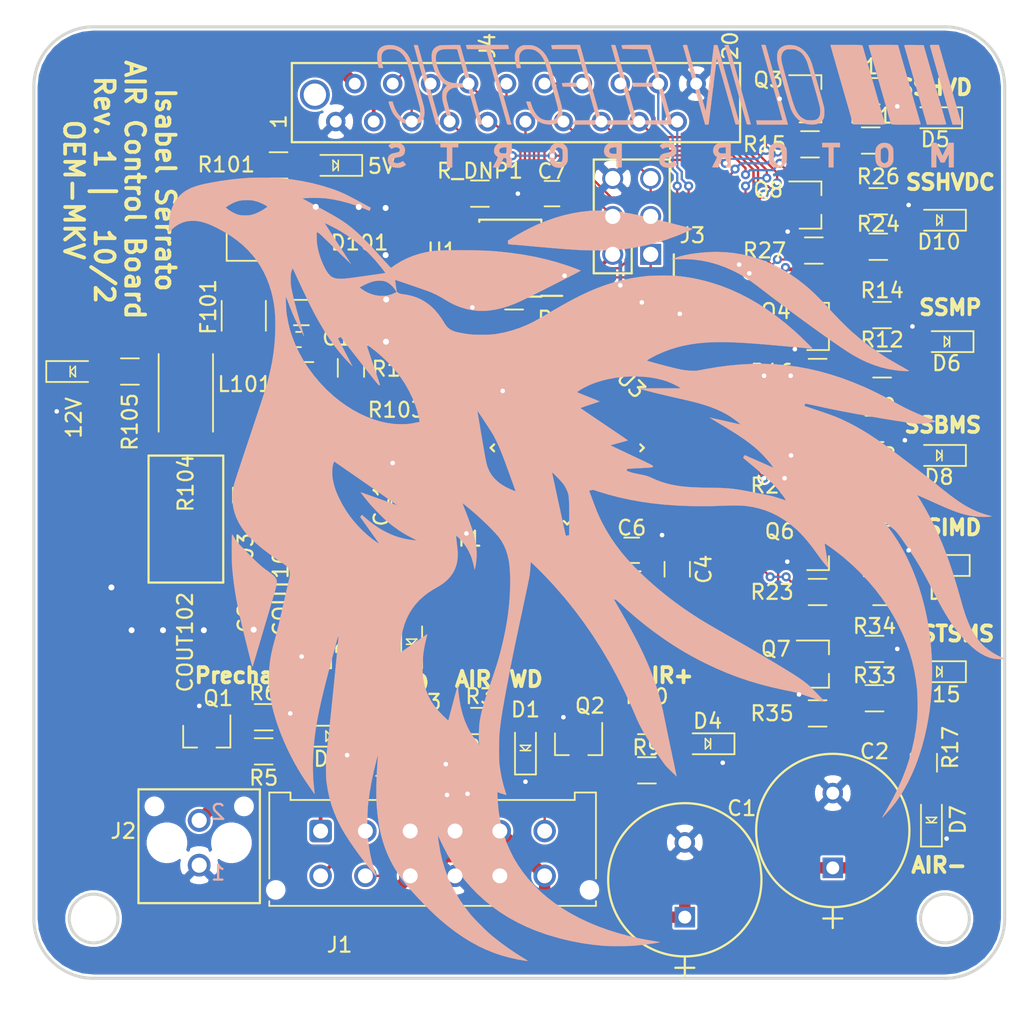
<source format=kicad_pcb>
(kicad_pcb (version 20171130) (host pcbnew 5.1.4-e60b266~84~ubuntu18.04.1)
  (layers (0 F.Cu signal) (31 B.Cu signal) (34 B.Paste user) (35 F.Paste user) (36 B.SilkS user hide) (37 F.SilkS user) (38 B.Mask user) (39 F.Mask user) (44 Edge.Cuts user))
  (net 0 "")
  (net 1 GND)
  (net 2 VCC)
  (net 3 "Net-(C101-Pad1)")
  (net 4 "Net-(C103-Pad2)")
  (net 5 "Net-(C103-Pad1)")
  (net 6 "Net-(COUT101-Pad1)")
  (net 7 "Net-(D102-Pad2)")
  (net 8 "Net-(D103-Pad2)")
  (net 9 "Net-(R102-Pad1)")
  (net 10 "Net-(C6-Pad1)")
  (net 11 "Net-(C11-Pad1)")
  (net 12 "Net-(C13-Pad1)")
  (net 13 "Net-(D1-Pad2)")
  (net 14 "Net-(D2-Pad2)")
  (net 15 "Net-(D3-Pad2)")
  (net 16 "Net-(D4-Pad2)")
  (net 17 "Net-(D5-Pad2)")
  (net 18 "Net-(D6-Pad2)")
  (net 19 "Net-(D7-Pad2)")
  (net 20 "Net-(D8-Pad2)")
  (net 21 "Net-(D9-Pad2)")
  (net 22 "Net-(D12-Pad2)")
  (net 23 "Net-(D13-Pad2)")
  (net 24 "Net-(D15-Pad2)")
  (net 25 "Net-(D16-Pad2)")
  (net 26 +12V)
  (net 27 /AIR+Weld_Detect)
  (net 28 /AIR-Weld_Detect)
  (net 29 /RESET)
  (net 30 /MOSI)
  (net 31 /SCK)
  (net 32 /MISO)
  (net 33 /CAN_H)
  (net 34 /CAN_L)
  (net 35 /RJ45_LED1)
  (net 36 /RJ45_LED2)
  (net 37 /IMD_Sense)
  (net 38 /BMS_Sense)
  (net 39 /ShutdownSense_BMS)
  (net 40 /ShutdownSense_IMD)
  (net 41 /ShutdownSense_HVD)
  (net 42 /ShutdownSense_MainPack)
  (net 43 /PrechargeCTL)
  (net 44 /AIR+LSD)
  (net 45 /SS_HVD)
  (net 46 /SS_MainTSConn)
  (net 47 /SS_BMS)
  (net 48 /SS_IMD)
  (net 49 /SS_TSMS)
  (net 50 "Net-(R1-Pad2)")
  (net 51 "Net-(R2-Pad2)")
  (net 52 /P_LED_2)
  (net 53 /P_LED_1)
  (net 54 /P_LED_3)
  (net 55 "Net-(U1-Pad5)")
  (net 56 /CANRX)
  (net 57 /CANTX)
  (net 58 "Net-(U3-Pad21)")
  (net 59 /Air+Coil+)
  (net 60 "Net-(D10-Pad2)")
  (net 61 /ShutdownSense_TSMS)
  (net 62 /ShutdownSense_HVDConn)
  (net 63 /Precharge_LSD)
  (net 64 /Air+Coil-)
  (net 65 /SS_HVDConn)
  (net 66 "Net-(U3-Pad32)")
  (net 67 "Net-(U3-Pad3)")
  (module footprints:micromatch_female_vert_20 (layer F.Cu) (at 125.476 54.61 90)
    (fp_text reference J4 (at 5.08 5.08 90) (layer F.SilkS))
    (fp_text value MM_F_VT_20 hide)
    (fp_text user 1 (at 0 -8.89 90) (layer F.SilkS))
    (fp_text user 20 (at 5.08 21.336 90) (layer F.SilkS))
    (pad 21 thru_hole circle (at 1.8 -6.48 90) (size 2 2) (drill 1.5) (layers *.Cu *.Mask))
    (pad 20 thru_hole circle (at 2.54 19.05 90) (size 1.3 1.3) (drill 0.8) (layers *.Cu *.Mask) (net 1 GND))
    (pad 19 thru_hole circle (at 0 17.78 90) (size 1.3 1.3) (drill 0.8) (layers *.Cu *.Mask) (net 37 /IMD_Sense))
    (pad 18 thru_hole circle (at 2.54 16.51 90) (size 1.3 1.3) (drill 0.8) (layers *.Cu *.Mask) (net 38 /BMS_Sense))
    (pad 17 thru_hole circle (at 0 15.24 90) (size 1.3 1.3) (drill 0.8) (layers *.Cu *.Mask) (net 61 /ShutdownSense_TSMS))
    (pad 16 thru_hole circle (at 2.54 13.97 90) (size 1.3 1.3) (drill 0.8) (layers *.Cu *.Mask) (net 39 /ShutdownSense_BMS))
    (pad 15 thru_hole circle (at 0 12.7 90) (size 1.3 1.3) (drill 0.8) (layers *.Cu *.Mask) (net 40 /ShutdownSense_IMD))
    (pad 14 thru_hole circle (at 2.54 11.43 90) (size 1.3 1.3) (drill 0.8) (layers *.Cu *.Mask) (net 42 /ShutdownSense_MainPack))
    (pad 13 thru_hole circle (at 0 10.16 90) (size 1.3 1.3) (drill 0.8) (layers *.Cu *.Mask) (net 41 /ShutdownSense_HVD))
    (pad 12 thru_hole circle (at 2.54 8.89 90) (size 1.3 1.3) (drill 0.8) (layers *.Cu *.Mask) (net 62 /ShutdownSense_HVDConn))
    (pad 11 thru_hole circle (at 0 7.62 90) (size 1.3 1.3) (drill 0.8) (layers *.Cu *.Mask) (net 34 /CAN_L))
    (pad 10 thru_hole circle (at 2.54 6.35 90) (size 1.3 1.3) (drill 0.8) (layers *.Cu *.Mask) (net 33 /CAN_H))
    (pad 9 thru_hole circle (at 0 5.08 90) (size 1.3 1.3) (drill 0.8) (layers *.Cu *.Mask) (net 36 /RJ45_LED2))
    (pad 8 thru_hole circle (at 2.54 3.81 90) (size 1.3 1.3) (drill 0.8) (layers *.Cu *.Mask) (net 35 /RJ45_LED1))
    (pad 6 thru_hole circle (at 2.54 1.27 90) (size 1.3 1.3) (drill 0.8) (layers *.Cu *.Mask) (net 31 /SCK))
    (pad 4 thru_hole circle (at 2.54 -1.27 90) (size 1.3 1.3) (drill 0.8) (layers *.Cu *.Mask) (net 32 /MISO))
    (pad 2 thru_hole circle (at 2.54 -3.81 90) (size 1.3 1.3) (drill 0.8) (layers *.Cu *.Mask) (net 26 +12V))
    (pad 7 thru_hole circle (at 0 2.54 90) (size 1.3 1.3) (drill 0.8) (layers *.Cu *.Mask) (net 29 /RESET))
    (pad 1 thru_hole circle (at 0 -5.08 90) (size 1.3 1.3) (drill 0.8) (layers *.Cu *.Mask) (net 1 GND))
    (pad 3 thru_hole circle (at 0 -2.54 90) (size 1.3 1.3) (drill 0.8) (layers *.Cu *.Mask) (net 2 VCC))
    (pad 5 thru_hole circle (at 0 0 90) (size 1.3 1.3) (drill 0.8) (layers *.Cu *.Mask) (net 30 /MOSI))
  )
  (module footprints:MicroFit_VT_12 (layer F.Cu) (at 119.38 102.108)
    (fp_text reference J1 (at 1.27 7.62) (layer F.SilkS))
    (fp_text value MicroFit_VT_12)
    (pad "" np_thru_hole circle (at -3 3.94) (size 1 1) (drill 1) (layers *.Cu *.Mask))
    (pad "" np_thru_hole circle (at 18 3.94) (size 1 1) (drill 1) (layers *.Cu *.Mask))
    (pad 1 thru_hole roundrect (at 0 0) (size 1.5 1.5) (drill 1) (layers *.Cu *.Mask) (roundrect_rratio 0.166667) (net 63 /Precharge_LSD))
    (pad 2 thru_hole circle (at 3 0) (size 1.5 1.5) (drill 1) (layers *.Cu *.Mask) (net 59 /Air+Coil+))
    (pad 3 thru_hole circle (at 6 0) (size 1.5 1.5) (drill 1) (layers *.Cu *.Mask) (net 2 VCC))
    (pad 4 thru_hole circle (at 9 0) (size 1.5 1.5) (drill 1) (layers *.Cu *.Mask) (net 27 /AIR+Weld_Detect))
    (pad 5 thru_hole circle (at 12 0) (size 1.5 1.5) (drill 1) (layers *.Cu *.Mask) (net 59 /Air+Coil+))
    (pad 6 thru_hole circle (at 15 0) (size 1.5 1.5) (drill 1) (layers *.Cu *.Mask) (net 64 /Air+Coil-))
    (pad 7 thru_hole circle (at 0 3) (size 1.5 1.5) (drill 1) (layers *.Cu *.Mask) (net 2 VCC))
    (pad 8 thru_hole circle (at 3 3) (size 1.5 1.5) (drill 1) (layers *.Cu *.Mask) (net 28 /AIR-Weld_Detect))
    (pad 9 thru_hole circle (at 6 3) (size 1.5 1.5) (drill 1) (layers *.Cu *.Mask) (net 59 /Air+Coil+))
    (pad 10 thru_hole circle (at 9 3) (size 1.5 1.5) (drill 1) (layers *.Cu *.Mask) (net 1 GND))
    (pad 11 thru_hole circle (at 12 3) (size 1.5 1.5) (drill 1) (layers *.Cu *.Mask) (net 1 GND))
    (pad 12 thru_hole circle (at 15 3) (size 1.5 1.5) (drill 1) (layers *.Cu *.Mask) (net 59 /Air+Coil+))
  )
  (module footprints:Pin_Header_Straight_2x03 (layer F.Cu) (at 141.478 63.5 180)
    (fp_text reference J3 (at -2.794 1.27) (layer F.SilkS))
    (fp_text value CONN_02X03 hide)
    (pad 6 thru_hole circle (at 2.54 5.08 180) (size 1.4 1.4) (drill 1.016) (layers *.Cu *.Mask) (net 1 GND))
    (pad 5 thru_hole circle (at 0 5.08 180) (size 1.4 1.4) (drill 1.016) (layers *.Cu *.Mask) (net 29 /RESET))
    (pad 4 thru_hole circle (at 2.54 2.54 180) (size 1.4 1.4) (drill 1.016) (layers *.Cu *.Mask) (net 30 /MOSI))
    (pad 3 thru_hole circle (at 0 2.54 180) (size 1.4 1.4) (drill 1.016) (layers *.Cu *.Mask) (net 31 /SCK))
    (pad 2 thru_hole circle (at 2.54 0 180) (size 1.4 1.4) (drill 1.016) (layers *.Cu *.Mask) (net 2 VCC))
    (pad 1 thru_hole rect (at 0 0 180) (size 1.4 1.4) (drill 1.016) (layers *.Cu *.Mask) (net 32 /MISO))
  )
  (module footprints:SOT-23F (layer F.Cu) (at 152.146 53.086)
    (fp_text reference Q3 (at -2.794 -1.27) (layer F.SilkS))
    (fp_text value SSM3K333R hide)
    (pad 1 smd rect (at -1.05 -0.95) (size 0.9 0.8) (layers F.Cu F.Paste F.Mask) (net 41 /ShutdownSense_HVD))
    (pad 2 smd rect (at -1.05 0.95) (size 0.9 0.8) (layers F.Cu F.Paste F.Mask) (net 1 GND))
    (pad 3 smd rect (at 1.05 0) (size 0.9 0.8) (layers F.Cu F.Paste F.Mask) (net 45 /SS_HVD))
  )
  (module footprints:R_0805_OEM (layer F.Cu) (at 156.464 75.184)
    (fp_text reference R20 (at 0 -1.524) (layer F.SilkS))
    (fp_text value R_100K hide)
    (pad 2 smd rect (at 0.95 0) (size 0.7 1.3) (layers F.Cu F.Paste F.Mask) (net 1 GND))
    (pad 1 smd rect (at -0.95 0) (size 0.7 1.3) (layers F.Cu F.Paste F.Mask) (net 39 /ShutdownSense_BMS))
  )
  (module footprints:R_0805_OEM (layer F.Cu) (at 152.654 78.994 180)
    (fp_text reference R22 (at 3.048 0) (layer F.SilkS))
    (fp_text value R_10K hide)
    (pad 2 smd rect (at 0.95 0 180) (size 0.7 1.3) (layers F.Cu F.Paste F.Mask) (net 47 /SS_BMS))
    (pad 1 smd rect (at -0.95 0 180) (size 0.7 1.3) (layers F.Cu F.Paste F.Mask) (net 2 VCC))
  )
  (module footprints:SOT-23F (layer F.Cu) (at 152.654 75.946)
    (fp_text reference Q5 (at -2.794 -1.016) (layer F.SilkS))
    (fp_text value SSM3K333R hide)
    (pad 3 smd rect (at 1.05 0) (size 0.9 0.8) (layers F.Cu F.Paste F.Mask) (net 47 /SS_BMS))
    (pad 2 smd rect (at -1.05 0.95) (size 0.9 0.8) (layers F.Cu F.Paste F.Mask) (net 1 GND))
    (pad 1 smd rect (at -1.05 -0.95) (size 0.9 0.8) (layers F.Cu F.Paste F.Mask) (net 39 /ShutdownSense_BMS))
  )
  (module footprints:R_0805_OEM (layer F.Cu) (at 156.464 78.486)
    (fp_text reference R18 (at 0 -1.524) (layer F.SilkS))
    (fp_text value R_1K hide)
    (pad 1 smd rect (at -0.95 0) (size 0.7 1.3) (layers F.Cu F.Paste F.Mask) (net 39 /ShutdownSense_BMS))
    (pad 2 smd rect (at 0.95 0) (size 0.7 1.3) (layers F.Cu F.Paste F.Mask) (net 20 "Net-(D8-Pad2)"))
  )
  (module footprints:LED_0805_OEM (layer F.Cu) (at 160.782 76.962 180)
    (fp_text reference D8 (at 0 -1.45) (layer F.SilkS))
    (fp_text value LED_0805 hide)
    (pad 2 smd rect (at 1.1 0) (size 1.2 1.2) (layers F.Cu F.Paste F.Mask) (net 20 "Net-(D8-Pad2)"))
    (pad 1 smd rect (at -1.1 0) (size 1.2 1.2) (layers F.Cu F.Paste F.Mask) (net 1 GND))
  )
  (module footprints:R_0805_OEM (layer F.Cu) (at 115.57 96.774)
    (fp_text reference R5 (at 0 1.778) (layer F.SilkS))
    (fp_text value R_200 hide)
    (pad 2 smd rect (at 0.95 0) (size 0.7 1.3) (layers F.Cu F.Paste F.Mask) (net 14 "Net-(D2-Pad2)"))
    (pad 1 smd rect (at -0.95 0) (size 0.7 1.3) (layers F.Cu F.Paste F.Mask) (net 43 /PrechargeCTL))
  )
  (module footprints:C_Radial_D10_L13_P5_OEM (layer F.Cu) (at 153.67 99.568 90)
    (fp_text reference C2 (at 2.794 2.794) (layer F.SilkS))
    (fp_text value CP_1mF hide)
    (pad 2 thru_hole circle (at 0 0 90) (size 1.3716 1.3716) (drill 0.8636) (layers *.Cu *.Paste *.Mask) (net 1 GND))
    (pad 1 thru_hole rect (at -5.0038 0 90) (size 1.3716 1.3716) (drill 0.8636) (layers *.Cu *.Mask B.Adhes F.Paste) (net 59 /Air+Coil+))
  )
  (module footprints:C_Radial_D10_L13_P5_OEM (layer F.Cu) (at 143.764 102.87 90)
    (fp_text reference C1 (at 2.286 3.81) (layer F.SilkS))
    (fp_text value CP_1mF hide)
    (pad 1 thru_hole rect (at -5.0038 0 90) (size 1.3716 1.3716) (drill 0.8636) (layers *.Cu *.Mask B.Adhes F.Paste) (net 59 /Air+Coil+))
    (pad 2 thru_hole circle (at 0 0 90) (size 1.3716 1.3716) (drill 0.8636) (layers *.Cu *.Paste *.Mask) (net 1 GND))
  )
  (module footprints:SOT-23F (layer F.Cu) (at 111.76 95.758 270)
    (fp_text reference Q1 (at -2.54 -0.762 180) (layer F.SilkS))
    (fp_text value SSM3K333R hide)
    (pad 1 smd rect (at -1.05 -0.95 270) (size 0.9 0.8) (layers F.Cu F.Paste F.Mask) (net 43 /PrechargeCTL))
    (pad 2 smd rect (at -1.05 0.95 270) (size 0.9 0.8) (layers F.Cu F.Paste F.Mask) (net 1 GND))
    (pad 3 smd rect (at 1.05 0 270) (size 0.9 0.8) (layers F.Cu F.Paste F.Mask) (net 63 /Precharge_LSD))
  )
  (module footprints:C_0805_OEM (layer F.Cu) (at 126.238 77.47 180)
    (fp_text reference C13 (at 0 1.778) (layer F.SilkS))
    (fp_text value C_30pF hide)
    (pad 2 smd rect (at 1 0 180) (size 1 1.25) (layers F.Cu F.Paste F.Mask) (net 1 GND))
    (pad 1 smd rect (at -1 0 180) (size 1 1.25) (layers F.Cu F.Paste F.Mask) (net 12 "Net-(C13-Pad1)"))
  )
  (module footprints:SOIC-8_3.9x4.9mm_Pitch1.27mm_OEM (layer F.Cu) (at 132.08 63.754 180)
    (fp_text reference U1 (at 4.572 0.508) (layer F.SilkS))
    (fp_text value MCP2561-E_SN hide)
    (pad 8 smd rect (at 2.7 -1.905 180) (size 1.55 0.6) (layers F.Cu F.Paste F.Mask) (net 1 GND))
    (pad 7 smd rect (at 2.7 -0.635 180) (size 1.55 0.6) (layers F.Cu F.Paste F.Mask) (net 33 /CAN_H))
    (pad 6 smd rect (at 2.7 0.635 180) (size 1.55 0.6) (layers F.Cu F.Paste F.Mask) (net 34 /CAN_L))
    (pad 5 smd rect (at 2.7 1.905 180) (size 1.55 0.6) (layers F.Cu F.Paste F.Mask) (net 55 "Net-(U1-Pad5)"))
    (pad 4 smd rect (at -2.7 1.905 180) (size 1.55 0.6) (layers F.Cu F.Paste F.Mask) (net 56 /CANRX))
    (pad 3 smd rect (at -2.7 0.635 180) (size 1.55 0.6) (layers F.Cu F.Paste F.Mask) (net 2 VCC))
    (pad 2 smd rect (at -2.7 -0.635 180) (size 1.55 0.6) (layers F.Cu F.Paste F.Mask) (net 1 GND))
    (pad 1 smd rect (at -2.7 -1.905 180) (size 1.55 0.6) (layers F.Cu F.Paste F.Mask) (net 57 /CANTX))
  )
  (module footprints:R_0805_OEM (layer F.Cu) (at 123.698 97.536)
    (fp_text reference R8 (at 0 -1.65) (layer F.SilkS))
    (fp_text value R_10K hide)
    (pad 1 smd rect (at -0.95 0) (size 0.7 1.3) (layers F.Cu F.Paste F.Mask) (net 27 /AIR+Weld_Detect))
    (pad 2 smd rect (at 0.95 0) (size 0.7 1.3) (layers F.Cu F.Paste F.Mask) (net 1 GND))
  )
  (module footprints:R_0805_OEM (layer F.Cu) (at 115.57 94.488)
    (fp_text reference R6 (at 0 -1.65) (layer F.SilkS))
    (fp_text value R_10K hide)
    (pad 1 smd rect (at -0.95 0) (size 0.7 1.3) (layers F.Cu F.Paste F.Mask) (net 43 /PrechargeCTL))
    (pad 2 smd rect (at 0.95 0) (size 0.7 1.3) (layers F.Cu F.Paste F.Mask) (net 1 GND))
  )
  (module footprints:R_0805_OEM (layer F.Cu) (at 130.048 98.044)
    (fp_text reference R4 (at 0 -1.524) (layer F.SilkS))
    (fp_text value R_10K hide)
    (pad 1 smd rect (at -0.95 0) (size 0.7 1.3) (layers F.Cu F.Paste F.Mask) (net 28 /AIR-Weld_Detect))
    (pad 2 smd rect (at 0.95 0) (size 0.7 1.3) (layers F.Cu F.Paste F.Mask) (net 1 GND))
  )
  (module footprints:R_0805_OEM (layer F.Cu) (at 139.446 68.58 270)
    (fp_text reference R30 (at 0 -1.524 90) (layer F.SilkS))
    (fp_text value R_10K hide)
    (pad 1 smd rect (at -0.95 0 270) (size 0.7 1.3) (layers F.Cu F.Paste F.Mask) (net 2 VCC))
    (pad 2 smd rect (at 0.95 0 270) (size 0.7 1.3) (layers F.Cu F.Paste F.Mask) (net 29 /RESET))
  )
  (module footprints:R_0805_OEM (layer F.Cu) (at 130.048 59.436)
    (fp_text reference R_DNP1 (at 0 -1.524) (layer F.SilkS))
    (fp_text value R_120_DNP hide)
    (pad 2 smd rect (at 0.95 0) (size 0.7 1.3) (layers F.Cu F.Paste F.Mask) (net 34 /CAN_L))
    (pad 1 smd rect (at -0.95 0) (size 0.7 1.3) (layers F.Cu F.Paste F.Mask) (net 33 /CAN_H))
  )
  (module footprints:SOT-23F (layer F.Cu) (at 152.654 68.326)
    (fp_text reference Q4 (at -2.794 -1.016) (layer F.SilkS))
    (fp_text value SSM3K333R hide)
    (pad 3 smd rect (at 1.05 0) (size 0.9 0.8) (layers F.Cu F.Paste F.Mask) (net 46 /SS_MainTSConn))
    (pad 2 smd rect (at -1.05 0.95) (size 0.9 0.8) (layers F.Cu F.Paste F.Mask) (net 1 GND))
    (pad 1 smd rect (at -1.05 -0.95) (size 0.9 0.8) (layers F.Cu F.Paste F.Mask) (net 42 /ShutdownSense_MainPack))
  )
  (module footprints:C_0805_OEM (layer F.Cu) (at 124.968 80.264 90)
    (fp_text reference C11 (at 0 -1.5 90) (layer F.SilkS))
    (fp_text value C_30pF hide)
    (pad 1 smd rect (at -1 0 90) (size 1 1.25) (layers F.Cu F.Paste F.Mask) (net 11 "Net-(C11-Pad1)"))
    (pad 2 smd rect (at 1 0 90) (size 1 1.25) (layers F.Cu F.Paste F.Mask) (net 1 GND))
  )
  (module footprints:R_0805_OEM (layer F.Cu) (at 152.146 56.134 180)
    (fp_text reference R15 (at 3.048 0) (layer F.SilkS))
    (fp_text value R_10K hide)
    (pad 1 smd rect (at -0.95 0 180) (size 0.7 1.3) (layers F.Cu F.Paste F.Mask) (net 2 VCC))
    (pad 2 smd rect (at 0.95 0 180) (size 0.7 1.3) (layers F.Cu F.Paste F.Mask) (net 45 /SS_HVD))
  )
  (module footprints:R_0805_OEM (layer F.Cu) (at 130.048 94.742)
    (fp_text reference R3 (at 0 -1.65) (layer F.SilkS))
    (fp_text value R_200 hide)
    (pad 2 smd rect (at 0.95 0) (size 0.7 1.3) (layers F.Cu F.Paste F.Mask) (net 13 "Net-(D1-Pad2)"))
    (pad 1 smd rect (at -0.95 0) (size 0.7 1.3) (layers F.Cu F.Paste F.Mask) (net 28 /AIR-Weld_Detect))
  )
  (module footprints:R_0805_OEM (layer F.Cu) (at 156.21 55.88)
    (fp_text reference R11 (at 0 -1.65) (layer F.SilkS))
    (fp_text value R_1K hide)
    (pad 2 smd rect (at 0.95 0) (size 0.7 1.3) (layers F.Cu F.Paste F.Mask) (net 17 "Net-(D5-Pad2)"))
    (pad 1 smd rect (at -0.95 0) (size 0.7 1.3) (layers F.Cu F.Paste F.Mask) (net 41 /ShutdownSense_HVD))
  )
  (module footprints:LED_0805_OEM (layer F.Cu) (at 119.38 89.408 90)
    (fp_text reference D13 (at 0.508 -1.45 90) (layer F.SilkS))
    (fp_text value LED_0805 hide)
    (pad 2 smd rect (at 1.1 0 270) (size 1.2 1.2) (layers F.Cu F.Paste F.Mask) (net 23 "Net-(D13-Pad2)"))
    (pad 1 smd rect (at -1.1 0 270) (size 1.2 1.2) (layers F.Cu F.Paste F.Mask) (net 1 GND))
  )
  (module footprints:LED_0805_OEM (layer F.Cu) (at 125.476 89.408 90)
    (fp_text reference D16 (at 0.508 -1.45 90) (layer F.SilkS))
    (fp_text value LED_0805 hide)
    (pad 1 smd rect (at -1.1 0 270) (size 1.2 1.2) (layers F.Cu F.Paste F.Mask) (net 1 GND))
    (pad 2 smd rect (at 1.1 0 270) (size 1.2 1.2) (layers F.Cu F.Paste F.Mask) (net 25 "Net-(D16-Pad2)"))
  )
  (module footprints:TQFP-32_7x7mm_Pitch0.8mm (layer F.Cu) (at 135.89 76.454 315)
    (fp_text reference U3 (at 0 -6.05 135) (layer F.SilkS))
    (fp_text value ATMEGA16M1 hide)
    (pad 32 smd rect (at -2.8 -4.25 45) (size 1.6 0.55) (layers F.Cu F.Paste F.Mask) (net 66 "Net-(U3-Pad32)"))
    (pad 31 smd rect (at -2 -4.25 45) (size 1.6 0.55) (layers F.Cu F.Paste F.Mask) (net 29 /RESET))
    (pad 30 smd rect (at -1.2 -4.25 45) (size 1.6 0.55) (layers F.Cu F.Paste F.Mask) (net 38 /BMS_Sense))
    (pad 29 smd rect (at -0.4 -4.25 45) (size 1.6 0.55) (layers F.Cu F.Paste F.Mask) (net 37 /IMD_Sense))
    (pad 28 smd rect (at 0.4 -4.25 45) (size 1.6 0.55) (layers F.Cu F.Paste F.Mask) (net 45 /SS_HVD))
    (pad 27 smd rect (at 1.2 -4.25 45) (size 1.6 0.55) (layers F.Cu F.Paste F.Mask) (net 65 /SS_HVDConn))
    (pad 26 smd rect (at 2 -4.25 45) (size 1.6 0.55) (layers F.Cu F.Paste F.Mask) (net 46 /SS_MainTSConn))
    (pad 25 smd rect (at 2.8 -4.25 45) (size 1.6 0.55) (layers F.Cu F.Paste F.Mask) (net 47 /SS_BMS))
    (pad 24 smd rect (at 4.25 -2.8 315) (size 1.6 0.55) (layers F.Cu F.Paste F.Mask) (net 48 /SS_IMD))
    (pad 23 smd rect (at 4.25 -2 315) (size 1.6 0.55) (layers F.Cu F.Paste F.Mask) (net 49 /SS_TSMS))
    (pad 22 smd rect (at 4.25 -1.2 315) (size 1.6 0.55) (layers F.Cu F.Paste F.Mask) (net 44 /AIR+LSD))
    (pad 21 smd rect (at 4.25 -0.4 315) (size 1.6 0.55) (layers F.Cu F.Paste F.Mask) (net 58 "Net-(U3-Pad21)"))
    (pad 20 smd rect (at 4.25 0.4 315) (size 1.6 0.55) (layers F.Cu F.Paste F.Mask) (net 1 GND))
    (pad 19 smd rect (at 4.25 1.2 315) (size 1.6 0.55) (layers F.Cu F.Paste F.Mask) (net 10 "Net-(C6-Pad1)"))
    (pad 18 smd rect (at 4.25 2 315) (size 1.6 0.55) (layers F.Cu F.Paste F.Mask) (net 28 /AIR-Weld_Detect))
    (pad 17 smd rect (at 4.25 2.8 315) (size 1.6 0.55) (layers F.Cu F.Paste F.Mask) (net 27 /AIR+Weld_Detect))
    (pad 16 smd rect (at 2.8 4.25 45) (size 1.6 0.55) (layers F.Cu F.Paste F.Mask) (net 43 /PrechargeCTL))
    (pad 15 smd rect (at 2 4.25 45) (size 1.6 0.55) (layers F.Cu F.Paste F.Mask) (net 54 /P_LED_3))
    (pad 14 smd rect (at 1.2 4.25 45) (size 1.6 0.55) (layers F.Cu F.Paste F.Mask) (net 52 /P_LED_2))
    (pad 13 smd rect (at 0.4 4.25 45) (size 1.6 0.55) (layers F.Cu F.Paste F.Mask) (net 53 /P_LED_1))
    (pad 12 smd rect (at -0.4 4.25 45) (size 1.6 0.55) (layers F.Cu F.Paste F.Mask) (net 31 /SCK))
    (pad 11 smd rect (at -1.2 4.25 45) (size 1.6 0.55) (layers F.Cu F.Paste F.Mask) (net 11 "Net-(C11-Pad1)"))
    (pad 10 smd rect (at -2 4.25 45) (size 1.6 0.55) (layers F.Cu F.Paste F.Mask) (net 12 "Net-(C13-Pad1)"))
    (pad 9 smd rect (at -2.8 4.25 45) (size 1.6 0.55) (layers F.Cu F.Paste F.Mask) (net 51 "Net-(R2-Pad2)"))
    (pad 8 smd rect (at -4.25 2.8 315) (size 1.6 0.55) (layers F.Cu F.Paste F.Mask) (net 50 "Net-(R1-Pad2)"))
    (pad 7 smd rect (at -4.25 2 315) (size 1.6 0.55) (layers F.Cu F.Paste F.Mask) (net 56 /CANRX))
    (pad 6 smd rect (at -4.25 1.2 315) (size 1.6 0.55) (layers F.Cu F.Paste F.Mask) (net 57 /CANTX))
    (pad 5 smd rect (at -4.25 0.4 315) (size 1.6 0.55) (layers F.Cu F.Paste F.Mask) (net 1 GND))
    (pad 4 smd rect (at -4.25 -0.4 315) (size 1.6 0.55) (layers F.Cu F.Paste F.Mask) (net 2 VCC))
    (pad 3 smd rect (at -4.25 -1.2 315) (size 1.6 0.55) (layers F.Cu F.Paste F.Mask) (net 67 "Net-(U3-Pad3)"))
    (pad 2 smd rect (at -4.25 -2 315) (size 1.6 0.55) (layers F.Cu F.Paste F.Mask) (net 30 /MOSI))
    (pad 1 smd rect (at -4.25 -2.8 315) (size 1.6 0.55) (layers F.Cu F.Paste F.Mask) (net 32 /MISO))
  )
  (module footprints:R_0805_OEM (layer F.Cu) (at 119.38 85.598 270)
    (fp_text reference R29 hide)
    (fp_text value R_200 hide)
    (pad 1 smd rect (at -0.95 0 270) (size 0.7 1.3) (layers F.Cu F.Paste F.Mask) (net 53 /P_LED_1))
    (pad 2 smd rect (at 0.95 0 270) (size 0.7 1.3) (layers F.Cu F.Paste F.Mask) (net 23 "Net-(D13-Pad2)"))
  )
  (module footprints:Crystal_SMD_FA238 (layer F.Cu) (at 128.27 80.264)
    (fp_text reference Y1 (at 1.016 2.286) (layer F.SilkS))
    (fp_text value Crystal_SMD hide)
    (pad 4 smd rect (at -1.1 -0.8) (size 1.4 1.2) (layers F.Cu F.Mask) (net 1 GND))
    (pad 3 smd rect (at 1.1 -0.8) (size 1.4 1.2) (layers F.Cu F.Mask) (net 12 "Net-(C13-Pad1)"))
    (pad 2 smd rect (at 1.1 0.8) (size 1.4 1.2) (layers F.Cu F.Mask) (net 1 GND))
    (pad 1 smd rect (at -1.1 0.8) (size 1.4 1.2) (layers F.Cu F.Mask) (net 11 "Net-(C11-Pad1)"))
  )
  (module footprints:R_0805_OEM (layer F.Cu) (at 129.794 70.104)
    (fp_text reference R2 (at 2.54 0) (layer F.SilkS))
    (fp_text value R_200 hide)
    (pad 1 smd rect (at -0.95 0) (size 0.7 1.3) (layers F.Cu F.Paste F.Mask) (net 36 /RJ45_LED2))
    (pad 2 smd rect (at 0.95 0) (size 0.7 1.3) (layers F.Cu F.Paste F.Mask) (net 51 "Net-(R2-Pad2)"))
  )
  (module footprints:C_0805_OEM (layer F.Cu) (at 134.874 59.436)
    (fp_text reference C7 (at 0 -1.5) (layer F.SilkS))
    (fp_text value C_0.1uF hide)
    (pad 2 smd rect (at 1 0) (size 1 1.25) (layers F.Cu F.Paste F.Mask) (net 2 VCC))
    (pad 1 smd rect (at -1 0) (size 1 1.25) (layers F.Cu F.Paste F.Mask) (net 1 GND))
  )
  (module footprints:R_0805_OEM (layer F.Cu) (at 152.654 94.234 180)
    (fp_text reference R35 (at 3.048 0) (layer F.SilkS))
    (fp_text value R_10K hide)
    (pad 2 smd rect (at 0.95 0 180) (size 0.7 1.3) (layers F.Cu F.Paste F.Mask) (net 49 /SS_TSMS))
    (pad 1 smd rect (at -0.95 0 180) (size 0.7 1.3) (layers F.Cu F.Paste F.Mask) (net 2 VCC))
  )
  (module footprints:LED_0805_OEM (layer F.Cu) (at 145.288 96.266 180)
    (fp_text reference D4 (at 0 1.524) (layer F.SilkS))
    (fp_text value LED_0805 hide)
    (pad 2 smd rect (at 1.1 0) (size 1.2 1.2) (layers F.Cu F.Paste F.Mask) (net 16 "Net-(D4-Pad2)"))
    (pad 1 smd rect (at -1.1 0) (size 1.2 1.2) (layers F.Cu F.Paste F.Mask) (net 1 GND))
  )
  (module footprints:R_0805_OEM (layer F.Cu) (at 125.476 85.598 270)
    (fp_text reference R36 hide)
    (fp_text value R_200 hide)
    (pad 2 smd rect (at 0.95 0 270) (size 0.7 1.3) (layers F.Cu F.Paste F.Mask) (net 25 "Net-(D16-Pad2)"))
    (pad 1 smd rect (at -0.95 0 270) (size 0.7 1.3) (layers F.Cu F.Paste F.Mask) (net 54 /P_LED_3))
  )
  (module footprints:R_0805_OEM (layer F.Cu) (at 123.698 94.234)
    (fp_text reference R7 (at -2.54 -0.254) (layer F.SilkS))
    (fp_text value R_200 hide)
    (pad 1 smd rect (at -0.95 0) (size 0.7 1.3) (layers F.Cu F.Paste F.Mask) (net 27 /AIR+Weld_Detect))
    (pad 2 smd rect (at 0.95 0) (size 0.7 1.3) (layers F.Cu F.Paste F.Mask) (net 15 "Net-(D3-Pad2)"))
  )
  (module footprints:R_0805_OEM (layer F.Cu) (at 156.464 93.218)
    (fp_text reference R33 (at 0 -1.524) (layer F.SilkS))
    (fp_text value R_1K hide)
    (pad 1 smd rect (at -0.95 0) (size 0.7 1.3) (layers F.Cu F.Paste F.Mask) (net 61 /ShutdownSense_TSMS))
    (pad 2 smd rect (at 0.95 0) (size 0.7 1.3) (layers F.Cu F.Paste F.Mask) (net 24 "Net-(D15-Pad2)"))
  )
  (module footprints:SOT-23F (layer F.Cu) (at 152.654 90.932)
    (fp_text reference Q7 (at -2.794 -1.016) (layer F.SilkS))
    (fp_text value SSM3K333R hide)
    (pad 3 smd rect (at 1.05 0) (size 0.9 0.8) (layers F.Cu F.Paste F.Mask) (net 49 /SS_TSMS))
    (pad 2 smd rect (at -1.05 0.95) (size 0.9 0.8) (layers F.Cu F.Paste F.Mask) (net 1 GND))
    (pad 1 smd rect (at -1.05 -0.95) (size 0.9 0.8) (layers F.Cu F.Paste F.Mask) (net 61 /ShutdownSense_TSMS))
  )
  (module footprints:R_0805_OEM (layer F.Cu) (at 156.972 67.564)
    (fp_text reference R14 (at 0 -1.65) (layer F.SilkS))
    (fp_text value R_100K hide)
    (pad 1 smd rect (at -0.95 0) (size 0.7 1.3) (layers F.Cu F.Paste F.Mask) (net 42 /ShutdownSense_MainPack))
    (pad 2 smd rect (at 0.95 0) (size 0.7 1.3) (layers F.Cu F.Paste F.Mask) (net 1 GND))
  )
  (module footprints:R_0805_OEM (layer F.Cu) (at 141.224 98.044)
    (fp_text reference R9 (at 0 -1.524) (layer F.SilkS))
    (fp_text value R_200 hide)
    (pad 2 smd rect (at 0.95 0) (size 0.7 1.3) (layers F.Cu F.Paste F.Mask) (net 16 "Net-(D4-Pad2)"))
    (pad 1 smd rect (at -0.95 0) (size 0.7 1.3) (layers F.Cu F.Paste F.Mask) (net 44 /AIR+LSD))
  )
  (module footprints:R_0805_OEM (layer F.Cu) (at 152.654 86.106 180)
    (fp_text reference R23 (at 3.048 0) (layer F.SilkS))
    (fp_text value R_10K hide)
    (pad 1 smd rect (at -0.95 0 180) (size 0.7 1.3) (layers F.Cu F.Paste F.Mask) (net 2 VCC))
    (pad 2 smd rect (at 0.95 0 180) (size 0.7 1.3) (layers F.Cu F.Paste F.Mask) (net 48 /SS_IMD))
  )
  (module footprints:R_0805_OEM (layer F.Cu) (at 156.972 82.55)
    (fp_text reference R21 (at 0 -1.524) (layer F.SilkS))
    (fp_text value R_100K hide)
    (pad 1 smd rect (at -0.95 0) (size 0.7 1.3) (layers F.Cu F.Paste F.Mask) (net 40 /ShutdownSense_IMD))
    (pad 2 smd rect (at 0.95 0) (size 0.7 1.3) (layers F.Cu F.Paste F.Mask) (net 1 GND))
  )
  (module footprints:LED_0805_OEM (layer F.Cu) (at 122.428 89.408 90)
    (fp_text reference D12 (at 0.508 -1.45 90) (layer F.SilkS))
    (fp_text value LED_0805 hide)
    (pad 1 smd rect (at -1.1 0 270) (size 1.2 1.2) (layers F.Cu F.Paste F.Mask) (net 1 GND))
    (pad 2 smd rect (at 1.1 0 270) (size 1.2 1.2) (layers F.Cu F.Paste F.Mask) (net 22 "Net-(D12-Pad2)"))
  )
  (module footprints:LED_0805_OEM (layer F.Cu) (at 119.888 95.758 180)
    (fp_text reference D2 (at 0 -1.524) (layer F.SilkS))
    (fp_text value LED_0805 hide)
    (pad 1 smd rect (at -1.1 0) (size 1.2 1.2) (layers F.Cu F.Paste F.Mask) (net 1 GND))
    (pad 2 smd rect (at 1.1 0) (size 1.2 1.2) (layers F.Cu F.Paste F.Mask) (net 14 "Net-(D2-Pad2)"))
  )
  (module footprints:C_0805_OEM (layer F.Cu) (at 143.256 84.582 90)
    (fp_text reference C4 (at 0 1.778 90) (layer F.SilkS))
    (fp_text value C_0.1uF hide)
    (pad 1 smd rect (at -1 0 90) (size 1 1.25) (layers F.Cu F.Paste F.Mask) (net 2 VCC))
    (pad 2 smd rect (at 1 0 90) (size 1 1.25) (layers F.Cu F.Paste F.Mask) (net 1 GND))
  )
  (module footprints:LED_0805_OEM (layer F.Cu) (at 126.492 96.012 90)
    (fp_text reference D3 (at 2.54 0 180) (layer F.SilkS))
    (fp_text value LED_0805 hide)
    (pad 2 smd rect (at 1.1 0 270) (size 1.2 1.2) (layers F.Cu F.Paste F.Mask) (net 15 "Net-(D3-Pad2)"))
    (pad 1 smd rect (at -1.1 0 270) (size 1.2 1.2) (layers F.Cu F.Paste F.Mask) (net 1 GND))
  )
  (module footprints:R_0805_OEM (layer F.Cu) (at 122.428 85.598 270)
    (fp_text reference R28 hide)
    (fp_text value R_200 hide)
    (pad 2 smd rect (at 0.95 0 270) (size 0.7 1.3) (layers F.Cu F.Paste F.Mask) (net 22 "Net-(D12-Pad2)"))
    (pad 1 smd rect (at -0.95 0 270) (size 0.7 1.3) (layers F.Cu F.Paste F.Mask) (net 52 /P_LED_2))
  )
  (module footprints:SOT-23F (layer F.Cu) (at 136.652 96.266 270)
    (fp_text reference Q2 (at -2.54 -0.762 180) (layer F.SilkS))
    (fp_text value SSM3K333R hide)
    (pad 1 smd rect (at -1.05 -0.95 270) (size 0.9 0.8) (layers F.Cu F.Paste F.Mask) (net 44 /AIR+LSD))
    (pad 2 smd rect (at -1.05 0.95 270) (size 0.9 0.8) (layers F.Cu F.Paste F.Mask) (net 1 GND))
    (pad 3 smd rect (at 1.05 0 270) (size 0.9 0.8) (layers F.Cu F.Paste F.Mask) (net 64 /Air+Coil-))
  )
  (module footprints:R_0805_OEM (layer F.Cu) (at 152.654 71.374 180)
    (fp_text reference R16 (at 3.048 0) (layer F.SilkS))
    (fp_text value R_10K hide)
    (pad 2 smd rect (at 0.95 0 180) (size 0.7 1.3) (layers F.Cu F.Paste F.Mask) (net 46 /SS_MainTSConn))
    (pad 1 smd rect (at -0.95 0 180) (size 0.7 1.3) (layers F.Cu F.Paste F.Mask) (net 2 VCC))
  )
  (module footprints:R_0805_OEM (layer F.Cu) (at 132.334 68.072)
    (fp_text reference R1 (at 2.54 -0.254) (layer F.SilkS))
    (fp_text value R_200 hide)
    (pad 2 smd rect (at 0.95 0) (size 0.7 1.3) (layers F.Cu F.Paste F.Mask) (net 50 "Net-(R1-Pad2)"))
    (pad 1 smd rect (at -0.95 0) (size 0.7 1.3) (layers F.Cu F.Paste F.Mask) (net 35 /RJ45_LED1))
  )
  (module footprints:R_0805_OEM (layer F.Cu) (at 156.972 86.106)
    (fp_text reference R19 (at 0 -1.524) (layer F.SilkS))
    (fp_text value R_1K hide)
    (pad 1 smd rect (at -0.95 0) (size 0.7 1.3) (layers F.Cu F.Paste F.Mask) (net 40 /ShutdownSense_IMD))
    (pad 2 smd rect (at 0.95 0) (size 0.7 1.3) (layers F.Cu F.Paste F.Mask) (net 21 "Net-(D9-Pad2)"))
  )
  (module footprints:R_0805_OEM (layer F.Cu) (at 156.464 89.916)
    (fp_text reference R34 (at 0 -1.524) (layer F.SilkS))
    (fp_text value R_100K hide)
    (pad 2 smd rect (at 0.95 0) (size 0.7 1.3) (layers F.Cu F.Paste F.Mask) (net 1 GND))
    (pad 1 smd rect (at -0.95 0) (size 0.7 1.3) (layers F.Cu F.Paste F.Mask) (net 61 /ShutdownSense_TSMS))
  )
  (module footprints:LED_0805_OEM (layer F.Cu) (at 160.274 101.346 90)
    (fp_text reference D7 (at 0 1.778 90) (layer F.SilkS))
    (fp_text value LED_0805 hide)
    (pad 1 smd rect (at -1.1 0 270) (size 1.2 1.2) (layers F.Cu F.Paste F.Mask) (net 1 GND))
    (pad 2 smd rect (at 1.1 0 270) (size 1.2 1.2) (layers F.Cu F.Paste F.Mask) (net 19 "Net-(D7-Pad2)"))
  )
  (module footprints:R_0805_OEM (layer F.Cu) (at 159.766 97.536 270)
    (fp_text reference R17 (at -1.016 -1.778 90) (layer F.SilkS))
    (fp_text value R_1K hide)
    (pad 2 smd rect (at 0.95 0 270) (size 0.7 1.3) (layers F.Cu F.Paste F.Mask) (net 19 "Net-(D7-Pad2)"))
    (pad 1 smd rect (at -0.95 0 270) (size 0.7 1.3) (layers F.Cu F.Paste F.Mask) (net 59 /Air+Coil+))
  )
  (module footprints:R_0805_OEM (layer F.Cu) (at 156.972 70.866)
    (fp_text reference R12 (at 0 -1.65) (layer F.SilkS))
    (fp_text value R_1K hide)
    (pad 2 smd rect (at 0.95 0) (size 0.7 1.3) (layers F.Cu F.Paste F.Mask) (net 18 "Net-(D6-Pad2)"))
    (pad 1 smd rect (at -0.95 0) (size 0.7 1.3) (layers F.Cu F.Paste F.Mask) (net 42 /ShutdownSense_MainPack))
  )
  (module footprints:R_0805_OEM (layer F.Cu) (at 140.208 85.598 180)
    (fp_text reference R25 (at 3.048 0.508) (layer F.SilkS))
    (fp_text value R_100K hide)
    (pad 1 smd rect (at -0.95 0 180) (size 0.7 1.3) (layers F.Cu F.Paste F.Mask) (net 2 VCC))
    (pad 2 smd rect (at 0.95 0 180) (size 0.7 1.3) (layers F.Cu F.Paste F.Mask) (net 10 "Net-(C6-Pad1)"))
  )
  (module footprints:C_0805_OEM (layer F.Cu) (at 140.208 83.312)
    (fp_text reference C6 (at 0 -1.5) (layer F.SilkS))
    (fp_text value C_100pF hide)
    (pad 1 smd rect (at -1 0) (size 1 1.25) (layers F.Cu F.Paste F.Mask) (net 10 "Net-(C6-Pad1)"))
    (pad 2 smd rect (at 1 0) (size 1 1.25) (layers F.Cu F.Paste F.Mask) (net 1 GND))
  )
  (module footprints:LED_0805_OEM (layer F.Cu) (at 133.096 96.52 90)
    (fp_text reference D1 (at 2.54 0 180) (layer F.SilkS))
    (fp_text value LED_0805 hide)
    (pad 1 smd rect (at -1.1 0 270) (size 1.2 1.2) (layers F.Cu F.Paste F.Mask) (net 1 GND))
    (pad 2 smd rect (at 1.1 0 270) (size 1.2 1.2) (layers F.Cu F.Paste F.Mask) (net 13 "Net-(D1-Pad2)"))
  )
  (module footprints:SOT-23F (layer F.Cu) (at 152.654 83.058)
    (fp_text reference Q6 (at -2.54 -1.016 180) (layer F.SilkS))
    (fp_text value SSM3K333R hide)
    (pad 3 smd rect (at 1.05 0) (size 0.9 0.8) (layers F.Cu F.Paste F.Mask) (net 48 /SS_IMD))
    (pad 2 smd rect (at -1.05 0.95) (size 0.9 0.8) (layers F.Cu F.Paste F.Mask) (net 1 GND))
    (pad 1 smd rect (at -1.05 -0.95) (size 0.9 0.8) (layers F.Cu F.Paste F.Mask) (net 40 /ShutdownSense_IMD))
  )
  (module footprints:R_0805_OEM (layer F.Cu) (at 156.21 52.578)
    (fp_text reference R13 (at 0 -1.65) (layer F.SilkS))
    (fp_text value R_100K hide)
    (pad 2 smd rect (at 0.95 0) (size 0.7 1.3) (layers F.Cu F.Paste F.Mask) (net 1 GND))
    (pad 1 smd rect (at -0.95 0) (size 0.7 1.3) (layers F.Cu F.Paste F.Mask) (net 41 /ShutdownSense_HVD))
  )
  (module footprints:R_0805_OEM (layer F.Cu) (at 141.224 94.742)
    (fp_text reference R10 (at 0 -1.65) (layer F.SilkS))
    (fp_text value R_10K hide)
    (pad 1 smd rect (at -0.95 0) (size 0.7 1.3) (layers F.Cu F.Paste F.Mask) (net 44 /AIR+LSD))
    (pad 2 smd rect (at 0.95 0) (size 0.7 1.3) (layers F.Cu F.Paste F.Mask) (net 1 GND))
  )
  (module footprints:Fuse_1812 (layer F.Cu) (at 110.363 78.4733 270)
    (fp_text reference COUT102 (at 10.9957 0.049 90) (layer F.SilkS))
    (fp_text value C_33uF hide)
    (pad 1 smd rect (at 0 0 270) (size 1.78 3.5) (layers F.Cu F.Paste F.Mask) (net 6 "Net-(COUT101-Pad1)"))
    (pad 2 smd rect (at 5.28 0 270) (size 1.78 3.5) (layers F.Cu F.Paste F.Mask) (net 1 GND))
  )
  (module footprints:C_0805_OEM (layer F.Cu) (at 117.983 75.6158)
    (fp_text reference C103 (at 2.159 0.0032 90) (layer F.SilkS) (effects (font (size 0.6 0.6))))
    (fp_text value C_0.1uF hide)
    (pad 2 smd rect (at 1 0) (size 1 1.25) (layers F.Cu F.Paste F.Mask) (net 4 "Net-(C103-Pad2)"))
    (pad 1 smd rect (at -1 0) (size 1 1.25) (layers F.Cu F.Paste F.Mask) (net 5 "Net-(C103-Pad1)"))
  )
  (module footprints:Fuse_1210 (layer F.Cu) (at 114.2365 67.6148 90)
    (fp_text reference F101 (at 0.5958 -2.3725 270) (layer F.SilkS))
    (fp_text value F_500mA_16V hide)
    (pad 2 smd rect (at 1.45 0 90) (size 0.9 2.5) (layers F.Cu F.Paste F.Mask) (net 26 +12V))
    (pad 1 smd rect (at -1.45 0 90) (size 0.9 2.5) (layers F.Cu F.Paste F.Mask) (net 3 "Net-(C101-Pad1)"))
  )
  (module footprints:L_100uH (layer F.Cu) (at 114.29746 75.1207 270)
    (fp_text reference L101 (at -2.9267 -0.01654 180) (layer F.SilkS))
    (fp_text value L_100uH hide)
    (pad 1 smd rect (at -1.6 0 270) (size 1.2 2) (layers F.Cu F.Paste F.Mask) (net 5 "Net-(C103-Pad1)"))
    (pad 2 smd rect (at 1.6 0 270) (size 1.2 2) (layers F.Cu F.Paste F.Mask) (net 6 "Net-(COUT101-Pad1)"))
  )
  (module footprints:R_0805_OEM (layer F.Cu) (at 121.412 74.98842 90)
    (fp_text reference R103 (at 1.07442 3.048 180) (layer F.SilkS))
    (fp_text value R_100K hide)
    (pad 1 smd rect (at -0.95 0 90) (size 0.7 1.3) (layers F.Cu F.Paste F.Mask) (net 6 "Net-(COUT101-Pad1)"))
    (pad 2 smd rect (at 0.95 0 90) (size 0.7 1.3) (layers F.Cu F.Paste F.Mask) (net 9 "Net-(R102-Pad1)"))
  )
  (module footprints:R_0805_OEM (layer F.Cu) (at 121.412 71.10222 90)
    (fp_text reference R102 (at -0.06678 3.31348 180) (layer F.SilkS))
    (fp_text value R_25K hide)
    (pad 2 smd rect (at 0.95 0 90) (size 0.7 1.3) (layers F.Cu F.Paste F.Mask) (net 1 GND))
    (pad 1 smd rect (at -0.95 0 90) (size 0.7 1.3) (layers F.Cu F.Paste F.Mask) (net 9 "Net-(R102-Pad1)"))
  )
  (module footprints:R_0805_OEM (layer F.Cu) (at 106.614 71.344 180)
    (fp_text reference R105 (at 0 -3.375 90) (layer F.SilkS))
    (fp_text value R_200 hide)
    (pad 1 smd rect (at -0.95 0 180) (size 0.7 1.3) (layers F.Cu F.Paste F.Mask) (net 2 VCC))
    (pad 2 smd rect (at 0.95 0 180) (size 0.7 1.3) (layers F.Cu F.Paste F.Mask) (net 8 "Net-(D103-Pad2)"))
  )
  (module footprints:R_2512_OEM (layer F.Cu) (at 110.35792 72.7722 270)
    (fp_text reference R104 (at 6.0532 0.00608 270) (layer F.SilkS))
    (fp_text value R_0_2512 hide)
    (pad 1 smd rect (at -3.1 0 270) (size 1 3.2) (layers F.Cu F.Paste F.Mask) (net 2 VCC))
    (pad 2 smd rect (at 3.1 0 270) (size 1 3.2) (layers F.Cu F.Paste F.Mask) (net 6 "Net-(COUT101-Pad1)"))
  )
  (module footprints:C_1206_OEM (layer F.Cu) (at 116.713 79.5923 270)
    (fp_text reference COUT101 (at 6.1267 -0.001 90) (layer F.SilkS))
    (fp_text value C_22uF hide)
    (pad 1 smd rect (at -1.5 0 270) (size 1 1.6) (layers F.Cu F.Paste F.Mask) (net 6 "Net-(COUT101-Pad1)"))
    (pad 2 smd rect (at 1.5 0 270) (size 1 1.6) (layers F.Cu F.Paste F.Mask) (net 1 GND))
  )
  (module footprints:C_0805_OEM (layer F.Cu) (at 114.3635 79.6163 270)
    (fp_text reference COUT103 (at 5.8777 -0.0005 90) (layer F.SilkS))
    (fp_text value C_47uF hide)
    (pad 1 smd rect (at -1 0 270) (size 1 1.25) (layers F.Cu F.Paste F.Mask) (net 6 "Net-(COUT101-Pad1)"))
    (pad 2 smd rect (at 1 0 270) (size 1 1.25) (layers F.Cu F.Paste F.Mask) (net 1 GND))
  )
  (module footprints:DO-214AA (layer F.Cu) (at 116.2685 62.5983)
    (fp_text reference D101 (at 5.7205 0.1207 180) (layer F.SilkS))
    (fp_text value D_Zener_18V hide)
    (pad 2 smd rect (at 2.032 0 180) (size 1.778 2.159) (layers F.Cu F.Paste F.Mask) (net 1 GND))
    (pad 1 smd rect (at -2.032 0 180) (size 1.778 2.159) (layers F.Cu F.Paste F.Mask) (net 26 +12V))
  )
  (module footprints:LED_0805_OEM (layer F.Cu) (at 102.814 71.344)
    (fp_text reference 12V (at 0.05 3.1 270) (layer F.SilkS))
    (fp_text value LED_0805 hide)
    (pad 2 smd rect (at 1.1 0 180) (size 1.2 1.2) (layers F.Cu F.Paste F.Mask) (net 8 "Net-(D103-Pad2)"))
    (pad 1 smd rect (at -1.1 0 180) (size 1.2 1.2) (layers F.Cu F.Paste F.Mask) (net 1 GND))
  )
  (module footprints:Logo_Large (layer B.Cu) (at 142.748 53.594 180)
    (fp_text reference G*** hide)
    (fp_text value LOGO hide)
  )
  (module footprints:LED_0805_OEM (layer F.Cu) (at 120.364 57.544 180)
    (fp_text reference 5V (at -3.08 -0.05) (layer F.SilkS))
    (fp_text value LED_0805 hide)
    (pad 2 smd rect (at 1.1 0) (size 1.2 1.2) (layers F.Cu F.Paste F.Mask) (net 7 "Net-(D102-Pad2)"))
    (pad 1 smd rect (at -1.1 0) (size 1.2 1.2) (layers F.Cu F.Paste F.Mask) (net 1 GND))
  )
  (module footprints:R_0805_OEM (layer F.Cu) (at 116.564 57.544)
    (fp_text reference R101 (at -3.5 -0.05 180) (layer F.SilkS))
    (fp_text value R_200 hide)
    (pad 1 smd rect (at -0.95 0) (size 0.7 1.3) (layers F.Cu F.Paste F.Mask) (net 3 "Net-(C101-Pad1)"))
    (pad 2 smd rect (at 0.95 0) (size 0.7 1.3) (layers F.Cu F.Paste F.Mask) (net 7 "Net-(D102-Pad2)"))
  )
  (module footprints:phoenix (layer B.Cu) (at 137.16 84.582 180)
    (fp_text reference G*** hide)
    (fp_text value LOGO hide)
  )
  (module footprints:C_0805_OEM (layer F.Cu) (at 118.094 67.39636)
    (fp_text reference C101 (at 4.064 -0.08636) (layer F.SilkS))
    (fp_text value C_0.1uF hide)
    (pad 2 smd rect (at 1 0) (size 1 1.25) (layers F.Cu F.Paste F.Mask) (net 1 GND))
    (pad 1 smd rect (at -1 0) (size 1 1.25) (layers F.Cu F.Paste F.Mask) (net 3 "Net-(C101-Pad1)"))
  )
  (module footprints:C_0603_1608Metric (layer F.Cu) (at 117.9035 69.2023)
    (fp_text reference C102 (at 3.5085 -0.1143) (layer F.SilkS))
    (fp_text value C_2.2uF)
    (pad 1 smd roundrect (at -0.7875 0) (size 0.875 0.95) (layers F.Cu F.Paste F.Mask) (net 3 "Net-(C101-Pad1)"))
    (pad 2 smd roundrect (at 0.7875 0) (size 0.875 0.95) (layers F.Cu F.Paste F.Mask) (net 1 GND))
  )
  (module Package_TO_SOT_SMD:SOT-23-6_Handsoldering (layer F.Cu) (at 117.9982 72.3216 180)
    (fp_text reference U101 (at 0 -2.9) (layer F.SilkS))
    (fp_text value TPS560430YF)
    (pad 1 smd rect (at -1.35 -0.95 180) (size 1.56 0.65) (layers F.Cu F.Paste F.Mask) (net 4 "Net-(C103-Pad2)"))
    (pad 2 smd rect (at -1.35 0 180) (size 1.56 0.65) (layers F.Cu F.Paste F.Mask) (net 1 GND))
    (pad 3 smd rect (at -1.35 0.95 180) (size 1.56 0.65) (layers F.Cu F.Paste F.Mask) (net 9 "Net-(R102-Pad1)"))
    (pad 4 smd rect (at 1.35 0.95 180) (size 1.56 0.65) (layers F.Cu F.Paste F.Mask) (net 3 "Net-(C101-Pad1)"))
    (pad 6 smd rect (at 1.35 -0.95 180) (size 1.56 0.65) (layers F.Cu F.Paste F.Mask) (net 5 "Net-(C103-Pad1)"))
    (pad 5 smd rect (at 1.35 0 180) (size 1.56 0.65) (layers F.Cu F.Paste F.Mask) (net 3 "Net-(C101-Pad1)"))
  )
  (module footprints:LED_0805_OEM (layer F.Cu) (at 160.528 54.356 180)
    (fp_text reference D5 (at 0 -1.45) (layer F.SilkS))
    (fp_text value LED_0805 hide)
    (pad 2 smd rect (at 1.1 0) (size 1.2 1.2) (layers F.Cu F.Paste F.Mask) (net 17 "Net-(D5-Pad2)"))
    (pad 1 smd rect (at -1.1 0) (size 1.2 1.2) (layers F.Cu F.Paste F.Mask) (net 1 GND))
  )
  (module footprints:LED_0805_OEM (layer F.Cu) (at 161.29 69.342 180)
    (fp_text reference D6 (at 0 -1.45) (layer F.SilkS))
    (fp_text value LED_0805 hide)
    (pad 2 smd rect (at 1.1 0) (size 1.2 1.2) (layers F.Cu F.Paste F.Mask) (net 18 "Net-(D6-Pad2)"))
    (pad 1 smd rect (at -1.1 0) (size 1.2 1.2) (layers F.Cu F.Paste F.Mask) (net 1 GND))
  )
  (module footprints:LED_0805_OEM (layer F.Cu) (at 161.036 84.328 180)
    (fp_text reference D9 (at 0 -1.778) (layer F.SilkS))
    (fp_text value LED_0805 hide)
    (pad 1 smd rect (at -1.1 0) (size 1.2 1.2) (layers F.Cu F.Paste F.Mask) (net 1 GND))
    (pad 2 smd rect (at 1.1 0) (size 1.2 1.2) (layers F.Cu F.Paste F.Mask) (net 21 "Net-(D9-Pad2)"))
  )
  (module footprints:LED_0805_OEM (layer F.Cu) (at 160.782 91.44 180)
    (fp_text reference D15 (at 0 -1.524) (layer F.SilkS))
    (fp_text value LED_0805 hide)
    (pad 1 smd rect (at -1.1 0) (size 1.2 1.2) (layers F.Cu F.Paste F.Mask) (net 1 GND))
    (pad 2 smd rect (at 1.1 0) (size 1.2 1.2) (layers F.Cu F.Paste F.Mask) (net 24 "Net-(D15-Pad2)"))
  )
  (module footprints:LED_0805_OEM (layer F.Cu) (at 160.782 61.214 180)
    (fp_text reference D10 (at 0 -1.45) (layer F.SilkS))
    (fp_text value LED_0805 hide)
    (pad 2 smd rect (at 1.1 0) (size 1.2 1.2) (layers F.Cu F.Paste F.Mask) (net 60 "Net-(D10-Pad2)"))
    (pad 1 smd rect (at -1.1 0) (size 1.2 1.2) (layers F.Cu F.Paste F.Mask) (net 1 GND))
  )
  (module footprints:SOT-23F (layer F.Cu) (at 152.146 60.198)
    (fp_text reference Q8 (at -2.794 -1.016) (layer F.SilkS))
    (fp_text value SSM3K333R hide)
    (pad 1 smd rect (at -1.05 -0.95) (size 0.9 0.8) (layers F.Cu F.Paste F.Mask) (net 62 /ShutdownSense_HVDConn))
    (pad 2 smd rect (at -1.05 0.95) (size 0.9 0.8) (layers F.Cu F.Paste F.Mask) (net 1 GND))
    (pad 3 smd rect (at 1.05 0) (size 0.9 0.8) (layers F.Cu F.Paste F.Mask) (net 65 /SS_HVDConn))
  )
  (module footprints:R_0805_OEM (layer F.Cu) (at 156.718 62.992)
    (fp_text reference R24 (at 0 -1.524) (layer F.SilkS))
    (fp_text value R_1K hide)
    (pad 1 smd rect (at -0.95 0) (size 0.7 1.3) (layers F.Cu F.Paste F.Mask) (net 62 /ShutdownSense_HVDConn))
    (pad 2 smd rect (at 0.95 0) (size 0.7 1.3) (layers F.Cu F.Paste F.Mask) (net 60 "Net-(D10-Pad2)"))
  )
  (module footprints:R_0805_OEM (layer F.Cu) (at 156.718 59.944)
    (fp_text reference R26 (at 0 -1.65) (layer F.SilkS))
    (fp_text value R_100K hide)
    (pad 2 smd rect (at 0.95 0) (size 0.7 1.3) (layers F.Cu F.Paste F.Mask) (net 1 GND))
    (pad 1 smd rect (at -0.95 0) (size 0.7 1.3) (layers F.Cu F.Paste F.Mask) (net 62 /ShutdownSense_HVDConn))
  )
  (module footprints:R_0805_OEM (layer F.Cu) (at 152.4 63.246 180)
    (fp_text reference R27 (at 3.302 0) (layer F.SilkS))
    (fp_text value R_10K hide)
    (pad 1 smd rect (at -0.95 0 180) (size 0.7 1.3) (layers F.Cu F.Paste F.Mask) (net 2 VCC))
    (pad 2 smd rect (at 0.95 0 180) (size 0.7 1.3) (layers F.Cu F.Paste F.Mask) (net 65 /SS_HVDConn))
  )
  (module footprints:MicroFit_V_2 (layer F.Cu) (at 111.252 104.394)
    (fp_text reference J2 (at -5.08 -2.286) (layer F.SilkS))
    (fp_text value MicroFit_V_2)
    (fp_text user 1 (at 1.27 0.508) (layer B.SilkS) (effects (justify mirror)))
    (fp_text user 2 (at 1.27 -3.556) (layer B.SilkS) (effects (justify mirror)))
    (pad 1 thru_hole circle (at 0 0) (size 1.524 1.524) (drill 1.016) (layers *.Cu *.Mask) (net 1 GND))
    (pad 2 thru_hole circle (at 0 -2.9972) (size 1.524 1.524) (drill 1.016) (layers *.Cu *.Mask) (net 59 /Air+Coil+))
    (pad "" np_thru_hole circle (at 2.159 -1.4986) (size 2.413 2.413) (drill 2.413) (layers *.Cu *.Mask))
    (pad "" np_thru_hole circle (at -2.159 -1.4986) (size 2.413 2.413) (drill 2.413) (layers *.Cu *.Mask))
    (pad "" np_thru_hole circle (at -2.9972 -3.937) (size 1.016 1.016) (drill 1.016) (layers *.Cu *.Mask))
    (pad "" np_thru_hole circle (at 2.9972 -3.937) (size 1.016 1.016) (drill 1.016) (layers *.Cu *.Mask))
  )
  (gr_text "Isabel Serrato\nAIR Control Board\nRev. 1 |  10/2\nOEM-MKV" (at 105.918 59.182 270) (layer F.SilkS) (effects (font (size 1.27 1.27) (thickness 0.254))))
  (gr_text AIR- (at 160.782 104.394) (layer F.SilkS) (effects (font (size 1.016 1.016) (thickness 0.254))))
  (gr_text AIR+WD (at 123.698 92.202) (layer F.SilkS) (effects (font (size 1.016 1.016) (thickness 0.254))))
  (gr_text AIR-WD (at 131.318 91.948) (layer F.SilkS) (effects (font (size 1.016 1.016) (thickness 0.254))))
  (gr_text SSHVDC (at 161.544 58.674) (layer F.SilkS) (effects (font (size 1.016 1.016) (thickness 0.254))))
  (gr_text SSBMS (at 161.036 74.93) (layer F.SilkS) (effects (font (size 1.016 1.016) (thickness 0.254))))
  (gr_text AIR+ (at 142.494 91.694) (layer F.SilkS) (effects (font (size 1.016 1.016) (thickness 0.254))))
  (gr_text Precharge (at 114.808 91.694) (layer F.SilkS) (effects (font (size 1.016 1.016) (thickness 0.254))))
  (gr_line (start 100.182001 107.965999) (end 100.182001 52.265999) (layer Edge.Cuts) (width 0.2))
  (gr_line (start 104.182 48.266) (end 161.182001 48.266) (layer Edge.Cuts) (width 0.2))
  (gr_circle (center 104.182 107.965999) (end 102.55005 107.965999) (layer Edge.Cuts) (width 0.2))
  (gr_line (start 161.182001 111.966) (end 104.182 111.966) (layer Edge.Cuts) (width 0.2))
  (gr_arc (start 161.182001 52.265999) (end 165.182001 52.265999) (angle -90) (layer Edge.Cuts) (width 0.2))
  (gr_arc (start 104.182 52.265999) (end 104.182 48.265999) (angle -90) (layer Edge.Cuts) (width 0.2))
  (gr_arc (start 161.182001 107.965999) (end 161.182001 111.965999) (angle -90) (layer Edge.Cuts) (width 0.2))
  (gr_line (start 165.182001 52.265999) (end 165.182001 107.965999) (layer Edge.Cuts) (width 0.2))
  (gr_arc (start 104.182 107.965999) (end 100.182 107.965999) (angle -90) (layer Edge.Cuts) (width 0.2))
  (gr_circle (center 161.182001 107.965999) (end 159.55005 107.965999) (layer Edge.Cuts) (width 0.2))
  (gr_text SSIMD (at 161.29 81.788) (layer F.SilkS) (effects (font (size 1.016 1.016) (thickness 0.254))))
  (gr_text SSTSMS (at 161.544 88.9) (layer F.SilkS) (effects (font (size 1.016 1.016) (thickness 0.254))))
  (gr_text SSHVD (at 160.528 52.324) (layer F.SilkS) (effects (font (size 1.016 1.016) (thickness 0.254))))
  (gr_text SSMP (at 161.544 67.056) (layer F.SilkS) (effects (font (size 1.016 1.016) (thickness 0.254))))
  (segment (start 142.099 82.296) (end 142.24 82.296) (width 0.1524) (layer F.Cu) (net 1))
  (segment (start 141.208 83.312) (end 141.208 83.187) (width 0.1524) (layer F.Cu) (net 1))
  (segment (start 141.478 83.582) (end 141.208 83.312) (width 0.1524) (layer F.Cu) (net 1))
  (via (at 142.24 82.296) (size 0.6096) (drill 0.3048) (layers F.Cu B.Cu) (net 1))
  (segment (start 143.256 83.582) (end 141.478 83.582) (width 0.1524) (layer F.Cu) (net 1))
  (segment (start 141.208 83.187) (end 142.099 82.296) (width 0.1524) (layer F.Cu) (net 1))
  (via (at 111.56442 88.66378) (size 0.8) (drill 0.4) (layers F.Cu B.Cu) (net 1))
  (segment (start 106.72826 88.66378) (end 106.62666 88.76538) (width 0.25) (layer F.Cu) (net 1))
  (via (at 114.89944 88.62822) (size 0.8) (drill 0.4) (layers F.Cu B.Cu) (net 1))
  (via (at 106.72826 88.66378) (size 0.8) (drill 0.4) (layers F.Cu B.Cu) (net 1))
  (via (at 108.82884 88.66378) (size 0.8) (drill 0.4) (layers F.Cu B.Cu) (net 1))
  (via (at 123.75896 69.34962) (size 0.8) (drill 0.4) (layers F.Cu B.Cu) (net 1))
  (via (at 123.77166 66.52006) (size 0.8) (drill 0.4) (layers F.Cu B.Cu) (net 1))
  (via (at 123.73356 63.5508) (size 0.8) (drill 0.4) (layers F.Cu B.Cu) (net 1))
  (segment (start 123.77166 63.5889) (end 123.73356 63.5508) (width 0.381) (layer F.Cu) (net 1))
  (via (at 123.73356 60.39612) (size 0.8) (drill 0.4) (layers F.Cu B.Cu) (net 1))
  (via (at 121.93524 60.33262) (size 0.8) (drill 0.4) (layers F.Cu B.Cu) (net 1))
  (segment (start 121.99874 60.39612) (end 121.93524 60.33262) (width 0.381) (layer F.Cu) (net 1))
  (via (at 119.05488 60.31992) (size 0.8) (drill 0.4) (layers F.Cu B.Cu) (net 1))
  (segment (start 119.05488 61.84392) (end 118.3005 62.5983) (width 0.381) (layer F.Cu) (net 1))
  (via (at 105.37444 85.79866) (size 0.8) (drill 0.4) (layers F.Cu B.Cu) (net 1))
  (segment (start 118.3005 62.4078) (end 118.3005 62.5983) (width 0.1524) (layer F.Cu) (net 1))
  (segment (start 110.363 87.46236) (end 111.56442 88.66378) (width 0.254) (layer F.Cu) (net 1))
  (segment (start 110.363 83.7533) (end 110.363 87.46236) (width 0.254) (layer F.Cu) (net 1))
  (segment (start 118.60032 68.89912) (end 118.9035 69.2023) (width 0.254) (layer F.Cu) (net 1))
  (segment (start 118.60032 67.39636) (end 118.60032 68.89912) (width 0.254) (layer F.Cu) (net 1))
  (segment (start 118.9035 69.3273) (end 118.9035 69.2023) (width 0.254) (layer F.Cu) (net 1))
  (segment (start 119.72842 70.15222) (end 118.9035 69.3273) (width 0.254) (layer F.Cu) (net 1))
  (segment (start 121.00052 70.15222) (end 119.72842 70.15222) (width 0.254) (layer F.Cu) (net 1))
  (segment (start 122.95636 70.15222) (end 123.75896 69.34962) (width 0.254) (layer F.Cu) (net 1))
  (segment (start 121.00052 70.15222) (end 122.95636 70.15222) (width 0.254) (layer F.Cu) (net 1))
  (segment (start 121.464 59.86138) (end 121.93524 60.33262) (width 0.254) (layer F.Cu) (net 1))
  (segment (start 121.464 57.544) (end 121.464 59.86138) (width 0.254) (layer F.Cu) (net 1))
  (segment (start 114.8395 81.0923) (end 114.3635 80.6163) (width 0.254) (layer F.Cu) (net 1))
  (segment (start 116.713 81.0923) (end 114.8395 81.0923) (width 0.254) (layer F.Cu) (net 1))
  (segment (start 111.1015 83.7533) (end 110.363 83.7533) (width 0.254) (layer F.Cu) (net 1))
  (segment (start 114.2385 80.6163) (end 111.1015 83.7533) (width 0.254) (layer F.Cu) (net 1))
  (segment (start 114.3635 80.6163) (end 114.2385 80.6163) (width 0.254) (layer F.Cu) (net 1))
  (segment (start 118.3142 72.3216) (end 119.0982 72.3216) (width 0.254) (layer F.Cu) (net 1))
  (segment (start 118.288799 72.296199) (end 118.3142 72.3216) (width 0.254) (layer F.Cu) (net 1))
  (segment (start 118.288799 70.696001) (end 118.288799 72.296199) (width 0.254) (layer F.Cu) (net 1))
  (segment (start 118.9035 70.0813) (end 118.288799 70.696001) (width 0.254) (layer F.Cu) (net 1))
  (segment (start 118.9035 69.2023) (end 118.9035 70.0813) (width 0.254) (layer F.Cu) (net 1))
  (segment (start 118.3005 61.0743) (end 119.05488 60.31992) (width 0.254) (layer F.Cu) (net 1))
  (segment (start 118.3005 62.5983) (end 118.3005 61.0743) (width 0.254) (layer F.Cu) (net 1))
  (segment (start 101.714 71.344) (end 101.714 74.01336) (width 0.254) (layer F.Cu) (net 1))
  (via (at 131.572 72.644) (size 0.6096) (drill 0.3048) (layers F.Cu B.Cu) (net 1))
  (segment (start 132.601953 73.731639) (end 132.601953 73.673953) (width 0.1524) (layer F.Cu) (net 1))
  (segment (start 132.601953 73.673953) (end 131.572 72.644) (width 0.1524) (layer F.Cu) (net 1))
  (segment (start 141.208 82.337686) (end 138.612361 79.742047) (width 0.1524) (layer F.Cu) (net 1))
  (segment (start 141.208 83.312) (end 141.208 82.337686) (width 0.1524) (layer F.Cu) (net 1))
  (segment (start 151.604 84.008) (end 150.688 84.008) (width 0.1524) (layer F.Cu) (net 1))
  (segment (start 150.688 84.008) (end 150.622 84.074) (width 0.1524) (layer F.Cu) (net 1))
  (via (at 158.496 75.946) (size 0.6096) (drill 0.3048) (layers F.Cu B.Cu) (net 1))
  (segment (start 161.6184 75.946) (end 158.496 75.946) (width 0.1524) (layer F.Cu) (net 1))
  (segment (start 161.882 76.962) (end 161.882 76.2096) (width 0.1524) (layer F.Cu) (net 1))
  (segment (start 161.882 76.2096) (end 161.6184 75.946) (width 0.1524) (layer F.Cu) (net 1))
  (segment (start 158.176 75.946) (end 157.414 75.184) (width 0.1524) (layer F.Cu) (net 1))
  (segment (start 158.496 75.946) (end 158.176 75.946) (width 0.1524) (layer F.Cu) (net 1))
  (via (at 158.75 83.312) (size 0.6096) (drill 0.3048) (layers F.Cu B.Cu) (net 1))
  (segment (start 161.8724 83.312) (end 158.75 83.312) (width 0.1524) (layer F.Cu) (net 1))
  (segment (start 162.136 84.328) (end 162.136 83.5756) (width 0.1524) (layer F.Cu) (net 1))
  (segment (start 162.136 83.5756) (end 161.8724 83.312) (width 0.1524) (layer F.Cu) (net 1))
  (segment (start 158.684 83.312) (end 157.922 82.55) (width 0.1524) (layer F.Cu) (net 1))
  (segment (start 158.75 83.312) (end 158.684 83.312) (width 0.1524) (layer F.Cu) (net 1))
  (via (at 159.004 68.326) (size 0.6096) (drill 0.3048) (layers F.Cu B.Cu) (net 1))
  (segment (start 158.684 68.326) (end 157.922 67.564) (width 0.1524) (layer F.Cu) (net 1))
  (segment (start 159.004 68.326) (end 158.684 68.326) (width 0.1524) (layer F.Cu) (net 1))
  (segment (start 151.604 69.276) (end 151.604 69.60459) (width 0.1524) (layer F.Cu) (net 1))
  (via (at 157.988 53.594) (size 0.6096) (drill 0.3048) (layers F.Cu B.Cu) (net 1))
  (segment (start 158.054601 53.527399) (end 157.988 53.594) (width 0.1524) (layer F.Cu) (net 1))
  (segment (start 161.551799 53.527399) (end 158.054601 53.527399) (width 0.1524) (layer F.Cu) (net 1))
  (segment (start 161.628 54.356) (end 161.628 53.6036) (width 0.1524) (layer F.Cu) (net 1))
  (segment (start 161.628 53.6036) (end 161.551799 53.527399) (width 0.1524) (layer F.Cu) (net 1))
  (segment (start 157.988 53.406) (end 157.16 52.578) (width 0.1524) (layer F.Cu) (net 1))
  (segment (start 157.988 53.594) (end 157.988 53.406) (width 0.1524) (layer F.Cu) (net 1))
  (via (at 150.114 53.086) (size 0.6096) (drill 0.3048) (layers F.Cu B.Cu) (net 1))
  (segment (start 151.096 54.036) (end 151.064 54.036) (width 0.1524) (layer F.Cu) (net 1))
  (segment (start 151.064 54.036) (end 150.114 53.086) (width 0.1524) (layer F.Cu) (net 1))
  (via (at 132.588 59.436) (size 0.6096) (drill 0.3048) (layers F.Cu B.Cu) (net 1))
  (segment (start 133.874 59.436) (end 132.588 59.436) (width 0.1524) (layer F.Cu) (net 1))
  (via (at 129.144171 82.183829) (size 0.6096) (drill 0.3048) (layers F.Cu B.Cu) (net 1))
  (segment (start 129.37 81.064) (end 129.37 81.958) (width 0.1524) (layer F.Cu) (net 1))
  (segment (start 129.37 81.958) (end 129.144171 82.183829) (width 0.1524) (layer F.Cu) (net 1))
  (segment (start 129.27 81.064) (end 129.37 81.064) (width 0.1524) (layer F.Cu) (net 1))
  (segment (start 127.17 79.464) (end 127.67 79.464) (width 0.1524) (layer F.Cu) (net 1))
  (segment (start 126.97 79.264) (end 127.17 79.464) (width 0.1524) (layer F.Cu) (net 1))
  (segment (start 124.968 79.264) (end 126.97 79.264) (width 0.1524) (layer F.Cu) (net 1))
  (segment (start 124.968 77.74) (end 125.238 77.47) (width 0.1524) (layer F.Cu) (net 1))
  (segment (start 124.968 79.264) (end 124.968 77.74) (width 0.1524) (layer F.Cu) (net 1))
  (segment (start 120.1324 90.508) (end 122.428 90.508) (width 0.1524) (layer F.Cu) (net 1))
  (segment (start 119.38 90.508) (end 120.1324 90.508) (width 0.1524) (layer F.Cu) (net 1))
  (segment (start 123.1804 90.508) (end 125.476 90.508) (width 0.1524) (layer F.Cu) (net 1))
  (segment (start 122.428 90.508) (end 123.1804 90.508) (width 0.1524) (layer F.Cu) (net 1))
  (via (at 118.11 90.424) (size 0.6096) (drill 0.3048) (layers F.Cu B.Cu) (net 1))
  (segment (start 119.38 90.508) (end 118.194 90.508) (width 0.1524) (layer F.Cu) (net 1))
  (segment (start 118.194 90.508) (end 118.11 90.424) (width 0.1524) (layer F.Cu) (net 1))
  (segment (start 132.672 98.044) (end 133.096 97.62) (width 0.1524) (layer F.Cu) (net 1))
  (segment (start 130.998 98.044) (end 132.672 98.044) (width 0.1524) (layer F.Cu) (net 1))
  (segment (start 146.388 95.5136) (end 146.388 96.266) (width 0.1524) (layer F.Cu) (net 1))
  (segment (start 145.6164 94.742) (end 146.388 95.5136) (width 0.1524) (layer F.Cu) (net 1))
  (segment (start 142.174 94.742) (end 145.6164 94.742) (width 0.1524) (layer F.Cu) (net 1))
  (via (at 146.304 97.536) (size 0.6096) (drill 0.3048) (layers F.Cu B.Cu) (net 1))
  (segment (start 146.388 96.266) (end 146.388 97.452) (width 0.1524) (layer F.Cu) (net 1))
  (segment (start 146.388 97.452) (end 146.304 97.536) (width 0.1524) (layer F.Cu) (net 1))
  (segment (start 110.81 94.708) (end 110.81 94.181262) (width 0.1524) (layer F.Cu) (net 1))
  (via (at 111.258631 93.732631) (size 0.6096) (drill 0.3048) (layers F.Cu B.Cu) (net 1))
  (segment (start 110.81 94.181262) (end 111.258631 93.732631) (width 0.1524) (layer F.Cu) (net 1))
  (via (at 117.348 94.234) (size 0.6096) (drill 0.3048) (layers F.Cu B.Cu) (net 1))
  (segment (start 116.52 94.488) (end 117.094 94.488) (width 0.1524) (layer F.Cu) (net 1))
  (segment (start 117.094 94.488) (end 117.348 94.234) (width 0.1524) (layer F.Cu) (net 1))
  (via (at 121.158 97.028) (size 0.6096) (drill 0.3048) (layers F.Cu B.Cu) (net 1))
  (segment (start 120.988 95.758) (end 120.988 96.858) (width 0.1524) (layer F.Cu) (net 1))
  (segment (start 120.988 96.858) (end 121.158 97.028) (width 0.1524) (layer F.Cu) (net 1))
  (segment (start 126.068 97.536) (end 126.492 97.112) (width 0.1524) (layer F.Cu) (net 1))
  (segment (start 124.648 97.536) (end 126.068 97.536) (width 0.1524) (layer F.Cu) (net 1))
  (via (at 135.71219 64.92967) (size 0.6096) (drill 0.3048) (layers F.Cu B.Cu) (net 1))
  (segment (start 134.78 64.389) (end 135.17152 64.389) (width 0.1524) (layer F.Cu) (net 1))
  (segment (start 135.17152 64.389) (end 135.71219 64.92967) (width 0.1524) (layer F.Cu) (net 1))
  (via (at 157.988 89.916) (size 0.6096) (drill 0.3048) (layers F.Cu B.Cu) (net 1))
  (segment (start 157.414 89.916) (end 157.988 89.916) (width 0.1524) (layer F.Cu) (net 1))
  (segment (start 158.419052 89.916) (end 157.988 89.916) (width 0.1524) (layer F.Cu) (net 1))
  (segment (start 161.1104 89.916) (end 158.419052 89.916) (width 0.1524) (layer F.Cu) (net 1))
  (segment (start 161.882 90.6876) (end 161.1104 89.916) (width 0.1524) (layer F.Cu) (net 1))
  (segment (start 161.882 91.44) (end 161.882 90.6876) (width 0.1524) (layer F.Cu) (net 1))
  (via (at 101.714 74.01336) (size 0.6096) (drill 0.3048) (layers F.Cu B.Cu) (net 1))
  (segment (start 160.274 102.446) (end 161.12 102.446) (width 0.1524) (layer F.Cu) (net 1))
  (segment (start 161.12 102.446) (end 161.29 102.616) (width 0.1524) (layer F.Cu) (net 1))
  (via (at 124.206 77.47) (size 0.6096) (drill 0.3048) (layers F.Cu B.Cu) (net 1))
  (segment (start 125.238 77.47) (end 124.206 77.47) (width 0.1524) (layer F.Cu) (net 1))
  (segment (start 126.492 97.112) (end 127.2444 97.112) (width 0.1524) (layer F.Cu) (net 1))
  (segment (start 127.2444 97.112) (end 127.762 97.6296) (width 0.1524) (layer F.Cu) (net 1))
  (via (at 158.75 60.198) (size 0.6096) (drill 0.3048) (layers F.Cu B.Cu) (net 1))
  (segment (start 161.882 61.214) (end 161.882 60.4616) (width 0.1524) (layer F.Cu) (net 1))
  (segment (start 161.6184 60.198) (end 158.75 60.198) (width 0.1524) (layer F.Cu) (net 1))
  (segment (start 161.882 60.4616) (end 161.6184 60.198) (width 0.1524) (layer F.Cu) (net 1))
  (segment (start 158.176 60.198) (end 157.668 59.69) (width 0.1524) (layer F.Cu) (net 1))
  (segment (start 158.75 60.198) (end 158.176 60.198) (width 0.1524) (layer F.Cu) (net 1))
  (segment (start 129.38 66.896) (end 129.54 67.056) (width 0.1524) (layer F.Cu) (net 1))
  (segment (start 129.38 65.659) (end 129.38 66.896) (width 0.1524) (layer F.Cu) (net 1))
  (via (at 129.54 67.056) (size 0.6096) (drill 0.3048) (layers F.Cu B.Cu) (net 1))
  (via (at 127.762 97.6296) (size 0.6096) (drill 0.3048) (layers F.Cu B.Cu) (net 1))
  (via (at 161.29 102.616) (size 0.6096) (drill 0.3048) (layers F.Cu B.Cu) (net 1))
  (via (at 135.636 94.488) (size 0.6096) (drill 0.3048) (layers F.Cu B.Cu) (net 1))
  (segment (start 135.702 95.216) (end 135.702 94.554) (width 0.1524) (layer F.Cu) (net 1))
  (segment (start 135.702 94.554) (end 135.636 94.488) (width 0.1524) (layer F.Cu) (net 1))
  (via (at 133.096 98.806) (size 0.6096) (drill 0.3048) (layers F.Cu B.Cu) (net 1))
  (segment (start 133.096 97.62) (end 133.096 98.806) (width 0.1524) (layer F.Cu) (net 1))
  (via (at 150.622 84.074) (size 0.6096) (drill 0.3048) (layers F.Cu B.Cu) (net 1))
  (segment (start 151.604 91.882) (end 151.45 91.882) (width 0.1524) (layer F.Cu) (net 1))
  (via (at 150.876 76.962) (size 0.6096) (drill 0.3048) (layers F.Cu B.Cu) (net 1))
  (segment (start 151.604 76.896) (end 150.942 76.896) (width 0.1524) (layer F.Cu) (net 1))
  (segment (start 150.942 76.896) (end 150.876 76.962) (width 0.1524) (layer F.Cu) (net 1))
  (via (at 151.4094 92.964) (size 0.6096) (drill 0.3048) (layers F.Cu B.Cu) (net 1))
  (segment (start 151.604 91.882) (end 151.604 92.7694) (width 0.1524) (layer F.Cu) (net 1))
  (segment (start 151.604 92.7694) (end 151.4094 92.964) (width 0.1524) (layer F.Cu) (net 1))
  (via (at 150.6474 61.976) (size 0.6096) (drill 0.3048) (layers F.Cu B.Cu) (net 1))
  (segment (start 151.096 61.148) (end 151.096 61.5274) (width 0.1524) (layer F.Cu) (net 1))
  (segment (start 151.096 61.5274) (end 150.6474 61.976) (width 0.1524) (layer F.Cu) (net 1))
  (segment (start 162.39 68.5896) (end 162.39 69.342) (width 0.1524) (layer F.Cu) (net 1))
  (segment (start 162.1264 68.326) (end 162.39 68.5896) (width 0.1524) (layer F.Cu) (net 1))
  (segment (start 159.004 68.326) (end 162.1264 68.326) (width 0.1524) (layer F.Cu) (net 1))
  (via (at 151.13 69.85) (size 0.6096) (drill 0.3048) (layers F.Cu B.Cu) (net 1))
  (segment (start 151.604 69.276) (end 151.604 69.376) (width 0.1524) (layer F.Cu) (net 1))
  (segment (start 151.604 69.376) (end 151.13 69.85) (width 0.1524) (layer F.Cu) (net 1))
  (segment (start 143.256 85.582) (end 143.381 85.582) (width 0.1524) (layer F.Cu) (net 2))
  (segment (start 109.44012 71.344) (end 108.168 71.344) (width 0.254) (layer F.Cu) (net 2))
  (segment (start 110.35792 70.4262) (end 109.44012 71.344) (width 0.254) (layer F.Cu) (net 2))
  (segment (start 108.168 71.344) (end 107.564 71.344) (width 0.254) (layer F.Cu) (net 2))
  (segment (start 110.35792 69.6722) (end 110.35792 70.4262) (width 0.254) (layer F.Cu) (net 2))
  (segment (start 135.874 62.5) (end 135.255 63.119) (width 0.254) (layer F.Cu) (net 2))
  (segment (start 135.874 59.436) (end 135.874 62.5) (width 0.254) (layer F.Cu) (net 2))
  (segment (start 154.208 86.106) (end 153.604 86.106) (width 0.254) (layer F.Cu) (net 2))
  (segment (start 155.137401 87.035401) (end 154.208 86.106) (width 0.254) (layer F.Cu) (net 2))
  (segment (start 161.884599 87.035401) (end 155.137401 87.035401) (width 0.254) (layer F.Cu) (net 2))
  (segment (start 135.874 59.311) (end 135.874 59.436) (width 0.254) (layer F.Cu) (net 2))
  (segment (start 143.24 85.598) (end 143.256 85.582) (width 0.254) (layer F.Cu) (net 2))
  (segment (start 141.158 85.598) (end 143.24 85.598) (width 0.254) (layer F.Cu) (net 2))
  (segment (start 139.446 67.63) (end 139.446 66.4464) (width 0.254) (layer F.Cu) (net 2))
  (segment (start 111.252 68.02412) (end 110.35792 68.9182) (width 0.254) (layer F.Cu) (net 2))
  (segment (start 110.35792 68.9182) (end 110.35792 69.6722) (width 0.254) (layer F.Cu) (net 2))
  (segment (start 111.252 57.350606) (end 111.252 68.02412) (width 0.254) (layer F.Cu) (net 2))
  (segment (start 118.071627 50.530979) (end 111.252 57.350606) (width 0.254) (layer F.Cu) (net 2))
  (segment (start 135.255 63.119) (end 134.78 63.119) (width 0.254) (layer F.Cu) (net 2))
  (segment (start 132.334 72.332314) (end 133.167639 73.165953) (width 0.254) (layer F.Cu) (net 2))
  (segment (start 134.125214 69.819728) (end 132.334 71.610942) (width 0.254) (layer F.Cu) (net 2))
  (segment (start 132.334 71.610942) (end 132.334 72.332314) (width 0.254) (layer F.Cu) (net 2))
  (segment (start 153.604 86.406) (end 153.604 86.106) (width 0.254) (layer F.Cu) (net 2))
  (segment (start 139.111971 63.673971) (end 138.938 63.5) (width 0.254) (layer B.Cu) (net 2))
  (segment (start 123.409401 104.078599) (end 125.38 102.108) (width 0.254) (layer F.Cu) (net 2))
  (segment (start 119.38 105.108) (end 120.409401 104.078599) (width 0.254) (layer F.Cu) (net 2))
  (segment (start 120.409401 104.078599) (end 123.409401 104.078599) (width 0.254) (layer F.Cu) (net 2))
  (segment (start 154.208 78.994) (end 153.604 78.994) (width 0.254) (layer F.Cu) (net 2))
  (segment (start 161.639521 71.795401) (end 154.629401 71.795401) (width 0.254) (layer F.Cu) (net 2))
  (segment (start 163.322 70.112922) (end 161.639521 71.795401) (width 0.254) (layer F.Cu) (net 2))
  (segment (start 163.322 63.5) (end 163.322 70.112922) (width 0.254) (layer F.Cu) (net 2))
  (segment (start 154.208 71.374) (end 153.604 71.374) (width 0.254) (layer F.Cu) (net 2))
  (segment (start 154.629401 71.795401) (end 154.208 71.374) (width 0.254) (layer F.Cu) (net 2))
  (segment (start 153.954 63.246) (end 153.35 63.246) (width 0.254) (layer F.Cu) (net 2))
  (segment (start 153.7 56.134) (end 153.096 56.134) (width 0.254) (layer F.Cu) (net 2))
  (via (at 129.21821 99.617371) (size 0.6096) (drill 0.3048) (layers F.Cu B.Cu) (net 2))
  (segment (start 129.168839 99.568) (end 129.21821 99.617371) (width 0.254) (layer B.Cu) (net 2))
  (via (at 140.885296 66.717296) (size 0.6096) (drill 0.3048) (layers F.Cu B.Cu) (net 2))
  (segment (start 139.446 67.63) (end 139.972592 67.63) (width 0.254) (layer F.Cu) (net 2))
  (segment (start 139.972592 67.63) (end 140.885296 66.717296) (width 0.254) (layer F.Cu) (net 2))
  (via (at 143.429237 67.483237) (size 0.6096) (drill 0.3048) (layers F.Cu B.Cu) (net 2))
  (segment (start 140.885296 66.717296) (end 141.651237 67.483237) (width 0.254) (layer B.Cu) (net 2))
  (segment (start 141.651237 67.483237) (end 143.429237 67.483237) (width 0.254) (layer B.Cu) (net 2))
  (via (at 139.446 65.571619) (size 0.6096) (drill 0.3048) (layers F.Cu B.Cu) (net 2))
  (segment (start 139.446 66.4464) (end 139.446 65.571619) (width 0.254) (layer F.Cu) (net 2))
  (segment (start 139.446 64.008) (end 138.938 63.5) (width 0.254) (layer B.Cu) (net 2))
  (segment (start 139.446 65.571619) (end 139.446 64.008) (width 0.254) (layer B.Cu) (net 2))
  (segment (start 122.936 51.964486) (end 122.936 52.578) (width 0.254) (layer F.Cu) (net 2))
  (segment (start 121.502493 50.530979) (end 122.936 51.964486) (width 0.254) (layer F.Cu) (net 2))
  (segment (start 118.071627 50.530979) (end 121.502493 50.530979) (width 0.254) (layer F.Cu) (net 2))
  (segment (start 122.936 52.578) (end 122.936 54.61) (width 0.254) (layer F.Cu) (net 2))
  (segment (start 163.322 52.07) (end 163.322 55.88) (width 0.254) (layer F.Cu) (net 2))
  (segment (start 161.782979 50.530979) (end 163.322 52.07) (width 0.254) (layer F.Cu) (net 2))
  (segment (start 121.502493 50.530979) (end 161.782979 50.530979) (width 0.254) (layer F.Cu) (net 2))
  (segment (start 161.884599 87.035401) (end 163.322 85.598) (width 0.254) (layer F.Cu) (net 2))
  (segment (start 141.158 85.898) (end 141.158 85.598) (width 0.254) (layer F.Cu) (net 2))
  (segment (start 133.350599 99.416019) (end 134.366 98.400618) (width 0.254) (layer F.Cu) (net 2))
  (segment (start 133.350599 102.602113) (end 133.350599 99.416019) (width 0.254) (layer F.Cu) (net 2))
  (segment (start 134.366 92.69) (end 141.158 85.898) (width 0.254) (layer F.Cu) (net 2))
  (segment (start 134.366 98.400618) (end 134.366 92.69) (width 0.254) (layer F.Cu) (net 2))
  (segment (start 133.357243 102.608757) (end 133.350599 102.602113) (width 0.254) (layer F.Cu) (net 2))
  (segment (start 129.21821 99.617371) (end 130.365857 99.617371) (width 0.254) (layer F.Cu) (net 2))
  (segment (start 130.365857 99.617371) (end 133.885887 103.137401) (width 0.254) (layer F.Cu) (net 2))
  (segment (start 153.096 56.434) (end 153.096 56.134) (width 0.254) (layer F.Cu) (net 2))
  (segment (start 148.062 99.314) (end 153.604 93.772) (width 0.254) (layer F.Cu) (net 2))
  (segment (start 133.885887 103.137401) (end 136.892599 103.137401) (width 0.254) (layer F.Cu) (net 2))
  (segment (start 136.892599 103.137401) (end 140.716 99.314) (width 0.254) (layer F.Cu) (net 2))
  (segment (start 140.716 99.314) (end 148.062 99.314) (width 0.254) (layer F.Cu) (net 2))
  (via (at 127.8466 99.691171) (size 0.6096) (drill 0.3048) (layers F.Cu B.Cu) (net 2))
  (segment (start 129.14441 99.691171) (end 129.21821 99.617371) (width 0.254) (layer B.Cu) (net 2))
  (segment (start 127.8466 99.691171) (end 129.14441 99.691171) (width 0.254) (layer B.Cu) (net 2))
  (segment (start 125.429771 102.108) (end 125.38 102.108) (width 0.254) (layer F.Cu) (net 2))
  (segment (start 127.8466 99.691171) (end 125.429771 102.108) (width 0.254) (layer F.Cu) (net 2))
  (segment (start 163.322 78.232) (end 163.322 70.112922) (width 0.254) (layer F.Cu) (net 2))
  (segment (start 161.544 94.234) (end 163.322 92.456) (width 0.254) (layer F.Cu) (net 2))
  (segment (start 153.604 94.234) (end 161.544 94.234) (width 0.254) (layer F.Cu) (net 2))
  (segment (start 162.814 80.01) (end 163.322 79.502) (width 0.254) (layer F.Cu) (net 2))
  (segment (start 154.208 78.994) (end 155.224 80.01) (width 0.254) (layer F.Cu) (net 2))
  (segment (start 163.322 92.456) (end 163.322 79.502) (width 0.254) (layer F.Cu) (net 2))
  (segment (start 155.224 80.01) (end 162.814 80.01) (width 0.254) (layer F.Cu) (net 2))
  (segment (start 163.322 79.502) (end 163.322 78.232) (width 0.254) (layer F.Cu) (net 2))
  (segment (start 154.97 64.262) (end 162.052 64.262) (width 0.254) (layer F.Cu) (net 2))
  (segment (start 153.954 63.246) (end 154.97 64.262) (width 0.254) (layer F.Cu) (net 2))
  (segment (start 162.052 64.262) (end 163.322 62.992) (width 0.254) (layer F.Cu) (net 2))
  (segment (start 163.322 62.992) (end 163.322 63.5) (width 0.254) (layer F.Cu) (net 2))
  (segment (start 153.7 56.134) (end 154.716 57.15) (width 0.254) (layer F.Cu) (net 2))
  (segment (start 163.322 55.88) (end 163.322 56.134) (width 0.254) (layer F.Cu) (net 2))
  (segment (start 162.306 57.15) (end 163.322 56.134) (width 0.254) (layer F.Cu) (net 2))
  (segment (start 154.716 57.15) (end 162.306 57.15) (width 0.254) (layer F.Cu) (net 2))
  (segment (start 163.322 56.134) (end 163.322 62.992) (width 0.254) (layer F.Cu) (net 2))
  (via (at 148.082 64.77) (size 0.6096) (drill 0.3048) (layers F.Cu B.Cu) (net 2))
  (via (at 150.502388 64.381612) (size 0.6096) (drill 0.3048) (layers F.Cu B.Cu) (net 2))
  (segment (start 148.082 64.77) (end 150.114 64.77) (width 0.254) (layer B.Cu) (net 2))
  (segment (start 150.114 64.77) (end 150.502388 64.381612) (width 0.254) (layer B.Cu) (net 2))
  (segment (start 153.35 63.546) (end 153.35 63.246) (width 0.254) (layer F.Cu) (net 2))
  (segment (start 152.394776 64.501224) (end 153.35 63.546) (width 0.254) (layer F.Cu) (net 2))
  (segment (start 150.622 64.501224) (end 152.394776 64.501224) (width 0.254) (layer F.Cu) (net 2))
  (segment (start 150.502388 64.381612) (end 150.622 64.501224) (width 0.254) (layer F.Cu) (net 2))
  (segment (start 146.142474 64.77) (end 146.558 64.77) (width 0.254) (layer F.Cu) (net 2))
  (segment (start 143.429237 67.483237) (end 146.142474 64.77) (width 0.254) (layer F.Cu) (net 2))
  (segment (start 146.558 64.77) (end 148.082 64.77) (width 0.254) (layer F.Cu) (net 2))
  (segment (start 136.296391 64.160391) (end 135.255 63.119) (width 0.254) (layer F.Cu) (net 2))
  (segment (start 136.296391 67.665609) (end 136.296391 64.160391) (width 0.254) (layer F.Cu) (net 2))
  (segment (start 135.636 68.326) (end 136.296391 67.665609) (width 0.254) (layer F.Cu) (net 2))
  (segment (start 134.125214 69.819728) (end 135.618942 68.326) (width 0.254) (layer F.Cu) (net 2))
  (segment (start 135.618942 68.326) (end 135.636 68.326) (width 0.254) (layer F.Cu) (net 2))
  (segment (start 134.142272 69.819728) (end 134.125214 69.819728) (width 0.254) (layer F.Cu) (net 2))
  (segment (start 137.094171 66.867829) (end 134.142272 69.819728) (width 0.254) (layer F.Cu) (net 2))
  (segment (start 138.938 63.5) (end 137.094171 65.343829) (width 0.254) (layer F.Cu) (net 2))
  (segment (start 137.094171 65.343829) (end 137.094171 66.867829) (width 0.254) (layer F.Cu) (net 2))
  (segment (start 116.8982 71.3716) (end 116.8982 72.3216) (width 0.381) (layer F.Cu) (net 3))
  (segment (start 117.02532 69.08048) (end 116.9035 69.2023) (width 0.254) (layer F.Cu) (net 3))
  (segment (start 117.02532 67.39636) (end 117.02532 69.08048) (width 0.254) (layer F.Cu) (net 3))
  (segment (start 116.9035 71.3663) (end 116.8982 71.3716) (width 0.254) (layer F.Cu) (net 3))
  (segment (start 116.9035 69.2023) (end 116.9035 71.3663) (width 0.254) (layer F.Cu) (net 3))
  (segment (start 116.766 69.0648) (end 116.9035 69.2023) (width 0.254) (layer F.Cu) (net 3))
  (segment (start 114.2365 69.0648) (end 116.766 69.0648) (width 0.254) (layer F.Cu) (net 3))
  (segment (start 115.614 57.544) (end 115.614 57.844) (width 0.254) (layer F.Cu) (net 3))
  (segment (start 117.02532 66.82136) (end 117.02532 67.39636) (width 0.254) (layer F.Cu) (net 3))
  (segment (start 115.614 57.844) (end 117.02532 59.25532) (width 0.254) (layer F.Cu) (net 3))
  (segment (start 117.02532 59.25532) (end 117.02532 66.82136) (width 0.254) (layer F.Cu) (net 3))
  (segment (start 119.0982 75.5006) (end 118.983 75.6158) (width 0.254) (layer F.Cu) (net 4))
  (segment (start 119.3482 73.2716) (end 119.3482 74.1998) (width 0.254) (layer F.Cu) (net 4))
  (segment (start 118.983 74.565) (end 118.983 75.6158) (width 0.254) (layer F.Cu) (net 4))
  (segment (start 119.3482 74.1998) (end 118.983 74.565) (width 0.254) (layer F.Cu) (net 4))
  (segment (start 114.54656 73.2716) (end 114.29746 73.5207) (width 0.25) (layer F.Cu) (net 5))
  (segment (start 116.8982 75.531) (end 116.983 75.6158) (width 0.254) (layer F.Cu) (net 5))
  (segment (start 116.8982 73.2716) (end 116.8982 75.531) (width 0.254) (layer F.Cu) (net 5))
  (segment (start 114.29746 73.5207) (end 116.6491 73.5207) (width 0.254) (layer F.Cu) (net 5))
  (segment (start 116.6491 73.5207) (end 116.8982 73.2716) (width 0.254) (layer F.Cu) (net 5))
  (segment (start 120.98528 75.93842) (end 121.28528 75.93842) (width 0.25) (layer F.Cu) (net 6))
  (segment (start 110.363 75.87728) (end 110.35792 75.8722) (width 0.25) (layer F.Cu) (net 6))
  (segment (start 114.29746 78.52664) (end 114.38636 78.61554) (width 0.25) (layer F.Cu) (net 6))
  (segment (start 110.50524 78.61554) (end 110.363 78.4733) (width 0.25) (layer F.Cu) (net 6))
  (segment (start 110.35792 78.46822) (end 110.363 78.4733) (width 0.254) (layer F.Cu) (net 6))
  (segment (start 110.35792 75.8722) (end 110.35792 78.46822) (width 0.254) (layer F.Cu) (net 6))
  (segment (start 110.506 78.6163) (end 110.363 78.4733) (width 0.254) (layer F.Cu) (net 6))
  (segment (start 114.3635 78.6163) (end 110.506 78.6163) (width 0.254) (layer F.Cu) (net 6))
  (segment (start 114.29746 78.55026) (end 114.3635 78.6163) (width 0.254) (layer F.Cu) (net 6))
  (segment (start 114.29746 76.7207) (end 114.29746 78.55026) (width 0.254) (layer F.Cu) (net 6))
  (segment (start 114.8875 78.0923) (end 114.3635 78.6163) (width 0.254) (layer F.Cu) (net 6))
  (segment (start 116.713 78.0923) (end 114.8875 78.0923) (width 0.254) (layer F.Cu) (net 6))
  (segment (start 120.98528 76.54242) (end 120.98528 75.93842) (width 0.254) (layer F.Cu) (net 6))
  (segment (start 119.4354 78.0923) (end 120.98528 76.54242) (width 0.254) (layer F.Cu) (net 6))
  (segment (start 116.713 78.0923) (end 119.4354 78.0923) (width 0.254) (layer F.Cu) (net 6))
  (segment (start 119.264 57.544) (end 117.514 57.544) (width 0.254) (layer F.Cu) (net 7))
  (segment (start 105.664 71.344) (end 103.914 71.344) (width 0.254) (layer F.Cu) (net 8))
  (segment (start 121.00052 74.02318) (end 120.98528 74.03842) (width 0.254) (layer F.Cu) (net 9))
  (segment (start 120.3199 71.3716) (end 119.0982 71.3716) (width 0.254) (layer F.Cu) (net 9))
  (segment (start 121.412 72.05222) (end 121.412 74.03842) (width 0.254) (layer F.Cu) (net 9))
  (segment (start 120.43138 71.3716) (end 120.3199 71.3716) (width 0.254) (layer F.Cu) (net 9))
  (segment (start 121.112 72.05222) (end 120.43138 71.3716) (width 0.254) (layer F.Cu) (net 9))
  (segment (start 121.412 72.05222) (end 121.112 72.05222) (width 0.254) (layer F.Cu) (net 9))
  (segment (start 139.208 85.548) (end 139.258 85.598) (width 0.1524) (layer F.Cu) (net 10))
  (segment (start 139.208 83.312) (end 139.208 85.548) (width 0.1524) (layer F.Cu) (net 10))
  (segment (start 139.208 81.469056) (end 139.208 83.312) (width 0.1524) (layer F.Cu) (net 10))
  (segment (start 138.046676 80.307732) (end 139.208 81.469056) (width 0.1524) (layer F.Cu) (net 10))
  (segment (start 125.168 81.064) (end 124.968 81.264) (width 0.1524) (layer F.Cu) (net 11))
  (segment (start 127.17 81.064) (end 125.168 81.064) (width 0.1524) (layer F.Cu) (net 11))
  (segment (start 127.17 81.8164) (end 127.17 81.064) (width 0.1524) (layer F.Cu) (net 11))
  (segment (start 129.957704 82.71723) (end 128.07083 82.71723) (width 0.1524) (layer F.Cu) (net 11))
  (segment (start 131.399873 81.275061) (end 129.957704 82.71723) (width 0.1524) (layer F.Cu) (net 11))
  (segment (start 128.07083 82.71723) (end 127.17 81.8164) (width 0.1524) (layer F.Cu) (net 11))
  (segment (start 131.399873 79.247071) (end 131.399873 81.275061) (width 0.1524) (layer F.Cu) (net 11))
  (segment (start 132.036268 78.610676) (end 131.399873 79.247071) (width 0.1524) (layer F.Cu) (net 11))
  (segment (start 130.051573 79.464) (end 129.37 79.464) (width 0.1524) (layer F.Cu) (net 12))
  (segment (start 131.470583 78.04499) (end 130.051573 79.464) (width 0.1524) (layer F.Cu) (net 12))
  (segment (start 129.37 79.464) (end 129.37 78.062) (width 0.1524) (layer F.Cu) (net 12))
  (segment (start 128.778 77.47) (end 127.238 77.47) (width 0.1524) (layer F.Cu) (net 12))
  (segment (start 129.37 78.062) (end 128.778 77.47) (width 0.1524) (layer F.Cu) (net 12))
  (segment (start 132.418 94.742) (end 133.096 95.42) (width 0.1524) (layer F.Cu) (net 13))
  (segment (start 130.998 94.742) (end 132.418 94.742) (width 0.1524) (layer F.Cu) (net 13))
  (segment (start 118.252 95.758) (end 118.788 95.758) (width 0.1524) (layer F.Cu) (net 14))
  (segment (start 118.5244 96.774) (end 118.788 96.5104) (width 0.1524) (layer F.Cu) (net 14))
  (segment (start 118.788 96.5104) (end 118.788 95.758) (width 0.1524) (layer F.Cu) (net 14))
  (segment (start 116.52 96.774) (end 118.5244 96.774) (width 0.1524) (layer F.Cu) (net 14))
  (segment (start 125.814 94.234) (end 126.492 94.912) (width 0.1524) (layer F.Cu) (net 15))
  (segment (start 124.648 94.234) (end 125.814 94.234) (width 0.1524) (layer F.Cu) (net 15))
  (segment (start 143.652 96.266) (end 144.188 96.266) (width 0.1524) (layer F.Cu) (net 16))
  (segment (start 142.174 97.744) (end 143.652 96.266) (width 0.1524) (layer F.Cu) (net 16))
  (segment (start 142.174 98.044) (end 142.174 97.744) (width 0.1524) (layer F.Cu) (net 16))
  (segment (start 159.428 55.1084) (end 159.428 54.356) (width 0.1524) (layer F.Cu) (net 17))
  (segment (start 158.6564 55.88) (end 159.428 55.1084) (width 0.1524) (layer F.Cu) (net 17))
  (segment (start 157.16 55.88) (end 158.6564 55.88) (width 0.1524) (layer F.Cu) (net 17))
  (segment (start 160.19 70.0944) (end 160.19 69.342) (width 0.1524) (layer F.Cu) (net 18))
  (segment (start 159.4184 70.866) (end 160.19 70.0944) (width 0.1524) (layer F.Cu) (net 18))
  (segment (start 157.922 70.866) (end 159.4184 70.866) (width 0.1524) (layer F.Cu) (net 18))
  (segment (start 160.274 98.994) (end 159.766 98.486) (width 0.1524) (layer F.Cu) (net 19))
  (segment (start 160.274 100.246) (end 160.274 98.994) (width 0.1524) (layer F.Cu) (net 19))
  (segment (start 157.414 78.486) (end 158.9104 78.486) (width 0.1524) (layer F.Cu) (net 20))
  (segment (start 158.9104 78.486) (end 159.682 77.7144) (width 0.1524) (layer F.Cu) (net 20))
  (segment (start 159.682 77.7144) (end 159.682 76.962) (width 0.1524) (layer F.Cu) (net 20))
  (segment (start 159.936 85.0804) (end 159.936 84.328) (width 0.1524) (layer F.Cu) (net 21))
  (segment (start 157.922 86.106) (end 158.9104 86.106) (width 0.1524) (layer F.Cu) (net 21))
  (segment (start 158.9104 86.106) (end 159.936 85.0804) (width 0.1524) (layer F.Cu) (net 21))
  (segment (start 122.428 88.308) (end 122.428 86.548) (width 0.1524) (layer F.Cu) (net 22))
  (segment (start 119.38 88.308) (end 119.38 86.548) (width 0.1524) (layer F.Cu) (net 23))
  (segment (start 159.682 92.54) (end 159.682 91.44) (width 0.1524) (layer F.Cu) (net 24))
  (segment (start 157.414 93.218) (end 159.004 93.218) (width 0.1524) (layer F.Cu) (net 24))
  (segment (start 159.004 93.218) (end 159.682 92.54) (width 0.1524) (layer F.Cu) (net 24))
  (segment (start 125.476 88.308) (end 125.476 86.548) (width 0.1524) (layer F.Cu) (net 25))
  (segment (start 114.18886 62.55066) (end 114.2365 62.5983) (width 0.381) (layer F.Cu) (net 26))
  (segment (start 114.06886 62.43066) (end 114.2365 62.5983) (width 0.381) (layer F.Cu) (net 26))
  (segment (start 114.2365 62.5983) (end 114.2365 66.1648) (width 0.381) (layer F.Cu) (net 26))
  (segment (start 120.872599 51.276599) (end 121.666 52.07) (width 0.762) (layer F.Cu) (net 26))
  (segment (start 118.259967 51.276599) (end 120.872599 51.276599) (width 0.762) (layer F.Cu) (net 26))
  (segment (start 114.2365 62.5983) (end 114.2365 55.300066) (width 0.762) (layer F.Cu) (net 26))
  (segment (start 114.2365 55.300066) (end 118.259967 51.276599) (width 0.762) (layer F.Cu) (net 26))
  (segment (start 122.748 94.234) (end 122.748 97.536) (width 0.1524) (layer F.Cu) (net 27))
  (segment (start 122.748 93.4316) (end 123.9776 92.202) (width 0.1524) (layer F.Cu) (net 27))
  (segment (start 122.748 94.234) (end 122.748 93.4316) (width 0.1524) (layer F.Cu) (net 27))
  (segment (start 126.152408 92.202) (end 136.915305 81.439103) (width 0.1524) (layer F.Cu) (net 27))
  (segment (start 123.9776 92.202) (end 126.152408 92.202) (width 0.1524) (layer F.Cu) (net 27))
  (segment (start 127.762 98.806) (end 128.38 99.424) (width 0.1524) (layer F.Cu) (net 27))
  (segment (start 123.2156 98.806) (end 127.762 98.806) (width 0.1524) (layer F.Cu) (net 27))
  (segment (start 122.748 98.3384) (end 123.2156 98.806) (width 0.1524) (layer F.Cu) (net 27))
  (segment (start 128.38 99.424) (end 128.38 102.108) (width 0.1524) (layer F.Cu) (net 27))
  (segment (start 122.748 97.536) (end 122.748 98.3384) (width 0.1524) (layer F.Cu) (net 27))
  (segment (start 129.098 98.044) (end 129.098 98.344) (width 0.1524) (layer F.Cu) (net 28))
  (segment (start 129.098 94.742) (end 129.098 98.044) (width 0.1524) (layer F.Cu) (net 28))
  (segment (start 129.098 94.742) (end 129.098 93.9396) (width 0.1524) (layer F.Cu) (net 28))
  (segment (start 138.117385 81.509812) (end 137.48099 80.873417) (width 0.1524) (layer F.Cu) (net 28))
  (segment (start 138.117385 82.100615) (end 138.117385 81.509812) (width 0.1524) (layer F.Cu) (net 28))
  (segment (start 129.098 91.12) (end 138.117385 82.100615) (width 0.1524) (layer F.Cu) (net 28))
  (segment (start 129.098 94.742) (end 129.098 91.12) (width 0.1524) (layer F.Cu) (net 28))
  (segment (start 129.098 98.044) (end 129.098 98.8464) (width 0.1524) (layer F.Cu) (net 28))
  (segment (start 129.098 98.8464) (end 128.68481 99.25959) (width 0.1524) (layer F.Cu) (net 28))
  (segment (start 129.358601 100.656601) (end 128.68481 99.98281) (width 0.1524) (layer F.Cu) (net 28))
  (segment (start 128.849729 103.086601) (end 129.358601 102.577729) (width 0.1524) (layer F.Cu) (net 28))
  (segment (start 125.462059 103.086601) (end 128.849729 103.086601) (width 0.1524) (layer F.Cu) (net 28))
  (segment (start 123.44066 105.108) (end 125.462059 103.086601) (width 0.1524) (layer F.Cu) (net 28))
  (segment (start 122.38 105.108) (end 123.44066 105.108) (width 0.1524) (layer F.Cu) (net 28))
  (segment (start 129.358601 102.577729) (end 129.358601 100.656601) (width 0.1524) (layer F.Cu) (net 28))
  (segment (start 128.68481 99.25959) (end 128.68481 99.98281) (width 0.1524) (layer F.Cu) (net 28))
  (segment (start 139.446 70.069573) (end 139.446 69.53) (width 0.1524) (layer F.Cu) (net 29))
  (segment (start 137.48099 72.034583) (end 139.446 70.069573) (width 0.1524) (layer F.Cu) (net 29))
  (via (at 132.221961 56.896) (size 0.6096) (drill 0.3048) (layers F.Cu B.Cu) (net 29))
  (segment (start 128.016 54.61) (end 130.302 56.896) (width 0.1524) (layer F.Cu) (net 29))
  (segment (start 130.302 56.896) (end 132.221961 56.896) (width 0.1524) (layer F.Cu) (net 29))
  (via (at 134.8994 56.896) (size 0.6096) (drill 0.3048) (layers F.Cu B.Cu) (net 29))
  (segment (start 132.221961 56.896) (end 134.8994 56.896) (width 0.1524) (layer B.Cu) (net 29))
  (segment (start 139.954 56.896) (end 134.8994 56.896) (width 0.1524) (layer F.Cu) (net 29))
  (segment (start 141.478 58.42) (end 139.954 56.896) (width 0.1524) (layer F.Cu) (net 29))
  (segment (start 140.274 69.53) (end 139.446 69.53) (width 0.1524) (layer F.Cu) (net 29))
  (segment (start 141.478 58.42) (end 141.478 59.409949) (width 0.1524) (layer F.Cu) (net 29))
  (segment (start 141.478 59.409949) (end 142.71141 60.643359) (width 0.1524) (layer F.Cu) (net 29))
  (segment (start 142.71141 60.643359) (end 142.71141 65.645524) (width 0.1524) (layer F.Cu) (net 29))
  (segment (start 142.71141 65.645524) (end 140.716 67.640934) (width 0.1524) (layer F.Cu) (net 29))
  (segment (start 140.716 67.640934) (end 140.716 69.088) (width 0.1524) (layer F.Cu) (net 29))
  (segment (start 140.716 69.088) (end 140.274 69.53) (width 0.1524) (layer F.Cu) (net 29))
  (segment (start 138.938 60.96) (end 136.560399 58.582399) (width 0.1524) (layer F.Cu) (net 30))
  (segment (start 136.560399 58.582399) (end 134.782399 58.582399) (width 0.1524) (layer F.Cu) (net 30))
  (segment (start 134.782399 58.582399) (end 133.974601 57.774601) (width 0.1524) (layer F.Cu) (net 30))
  (segment (start 133.974601 57.774601) (end 133.974601 53.379667) (width 0.1524) (layer F.Cu) (net 30))
  (segment (start 133.974601 53.379667) (end 132.704601 52.109667) (width 0.1524) (layer F.Cu) (net 30))
  (segment (start 140.208 62.23) (end 138.938 60.96) (width 0.1524) (layer F.Cu) (net 30))
  (segment (start 140.208 63.60433) (end 140.208 62.23) (width 0.1524) (layer F.Cu) (net 30))
  (segment (start 138.517399 64.428601) (end 139.383729 64.428601) (width 0.1524) (layer F.Cu) (net 30))
  (segment (start 137.754589 68.062345) (end 137.754589 65.191411) (width 0.1524) (layer F.Cu) (net 30))
  (segment (start 135.336787 70.480147) (end 137.754589 68.062345) (width 0.1524) (layer F.Cu) (net 30))
  (segment (start 133.662615 71.216301) (end 134.398769 70.480147) (width 0.1524) (layer F.Cu) (net 30))
  (segment (start 139.383729 64.428601) (end 140.208 63.60433) (width 0.1524) (layer F.Cu) (net 30))
  (segment (start 137.754589 65.191411) (end 138.517399 64.428601) (width 0.1524) (layer F.Cu) (net 30))
  (segment (start 134.398769 70.480147) (end 135.336787 70.480147) (width 0.1524) (layer F.Cu) (net 30))
  (segment (start 133.662615 71.398188) (end 133.662615 71.216301) (width 0.1524) (layer F.Cu) (net 30))
  (segment (start 134.29901 72.034583) (end 133.662615 71.398188) (width 0.1524) (layer F.Cu) (net 30))
  (segment (start 132.217399 51.191399) (end 132.704601 51.678601) (width 0.1524) (layer F.Cu) (net 30))
  (segment (start 126.100601 51.191399) (end 132.217399 51.191399) (width 0.1524) (layer F.Cu) (net 30))
  (segment (start 125.476 51.816) (end 126.100601 51.191399) (width 0.1524) (layer F.Cu) (net 30))
  (segment (start 125.476 51.816) (end 125.476 54.61) (width 0.1524) (layer F.Cu) (net 30))
  (segment (start 132.704601 52.109667) (end 132.704601 51.678601) (width 0.1524) (layer F.Cu) (net 30))
  (segment (start 126.746 67.818) (end 126.746 52.07) (width 0.1524) (layer F.Cu) (net 31))
  (segment (start 127.157161 68.229161) (end 126.746 67.818) (width 0.1524) (layer F.Cu) (net 31))
  (segment (start 127.157161 75.280839) (end 127.157161 68.229161) (width 0.1524) (layer F.Cu) (net 31))
  (segment (start 126.746 75.692) (end 127.157161 75.280839) (width 0.1524) (layer F.Cu) (net 31))
  (segment (start 124.64208 75.692) (end 126.746 75.692) (width 0.1524) (layer F.Cu) (net 31))
  (segment (start 132.601953 79.176361) (end 131.965558 79.812756) (width 0.1524) (layer F.Cu) (net 31))
  (segment (start 131.965558 81.140442) (end 130.08396 83.02204) (width 0.1524) (layer F.Cu) (net 31))
  (segment (start 123.66204 76.67204) (end 124.64208 75.692) (width 0.1524) (layer F.Cu) (net 31))
  (segment (start 131.965558 79.812756) (end 131.965558 81.140442) (width 0.1524) (layer F.Cu) (net 31))
  (segment (start 130.08396 83.02204) (end 124.93204 83.02204) (width 0.1524) (layer F.Cu) (net 31))
  (segment (start 124.93204 83.02204) (end 123.66204 81.75204) (width 0.1524) (layer F.Cu) (net 31))
  (segment (start 123.66204 81.75204) (end 123.66204 76.67204) (width 0.1524) (layer F.Cu) (net 31))
  (segment (start 142.406601 64.382881) (end 142.406601 61.888601) (width 0.1524) (layer F.Cu) (net 31))
  (segment (start 132.601953 79.176361) (end 135.926555 75.851759) (width 0.1524) (layer F.Cu) (net 31))
  (segment (start 142.406601 61.888601) (end 141.478 60.96) (width 0.1524) (layer F.Cu) (net 31))
  (segment (start 135.926555 75.851759) (end 135.926555 70.875963) (width 0.1524) (layer F.Cu) (net 31))
  (segment (start 138.43 65.532) (end 138.923781 65.038219) (width 0.1524) (layer F.Cu) (net 31))
  (segment (start 135.926555 70.875963) (end 138.43 68.372518) (width 0.1524) (layer F.Cu) (net 31))
  (segment (start 141.751263 65.038219) (end 142.406601 64.382881) (width 0.1524) (layer F.Cu) (net 31))
  (segment (start 138.43 68.372518) (end 138.43 65.532) (width 0.1524) (layer F.Cu) (net 31))
  (segment (start 138.923781 65.038219) (end 141.751263 65.038219) (width 0.1524) (layer F.Cu) (net 31))
  (segment (start 141.478 64.3524) (end 141.478 63.5) (width 0.1524) (layer F.Cu) (net 32))
  (segment (start 138.643655 64.733411) (end 141.09699 64.73341) (width 0.1524) (layer F.Cu) (net 32))
  (segment (start 138.12519 65.251876) (end 138.643655 64.733411) (width 0.1524) (layer F.Cu) (net 32))
  (segment (start 138.12519 68.208402) (end 138.12519 65.251876) (width 0.1524) (layer F.Cu) (net 32))
  (segment (start 141.09699 64.73341) (end 141.478 64.3524) (width 0.1524) (layer F.Cu) (net 32))
  (segment (start 134.864695 71.468897) (end 138.12519 68.208402) (width 0.1524) (layer F.Cu) (net 32))
  (segment (start 141.478 62.6476) (end 141.478 63.5) (width 0.1524) (layer F.Cu) (net 32))
  (segment (start 140.3802 61.5498) (end 141.478 62.6476) (width 0.1524) (layer F.Cu) (net 32))
  (segment (start 139.04233 59.69) (end 140.3802 61.02787) (width 0.1524) (layer F.Cu) (net 32))
  (segment (start 138.83367 59.69) (end 139.04233 59.69) (width 0.1524) (layer F.Cu) (net 32))
  (segment (start 137.421259 58.277589) (end 138.83367 59.69) (width 0.1524) (layer F.Cu) (net 32))
  (segment (start 134.908655 58.277589) (end 137.421259 58.277589) (width 0.1524) (layer F.Cu) (net 32))
  (segment (start 124.206 52.07) (end 125.389411 50.886589) (width 0.1524) (layer F.Cu) (net 32))
  (segment (start 140.3802 61.02787) (end 140.3802 61.5498) (width 0.1524) (layer F.Cu) (net 32))
  (segment (start 125.389411 50.886589) (end 132.343655 50.886589) (width 0.1524) (layer F.Cu) (net 32))
  (segment (start 132.343655 50.886589) (end 133.108356 51.65129) (width 0.1524) (layer F.Cu) (net 32))
  (segment (start 133.108356 52.082356) (end 134.366 53.34) (width 0.1524) (layer F.Cu) (net 32))
  (segment (start 133.108356 51.65129) (end 133.108356 52.082356) (width 0.1524) (layer F.Cu) (net 32))
  (segment (start 134.366 57.734934) (end 134.908655 58.277589) (width 0.1524) (layer F.Cu) (net 32))
  (segment (start 134.366 53.34) (end 134.366 57.734934) (width 0.1524) (layer F.Cu) (net 32))
  (segment (start 129.38 64.389) (end 128.4526 64.389) (width 0.1524) (layer F.Cu) (net 33))
  (segment (start 128.4526 64.389) (end 128.07159 64.00799) (width 0.1524) (layer F.Cu) (net 33))
  (segment (start 129.098 59.736) (end 129.098 59.436) (width 0.1524) (layer F.Cu) (net 33))
  (segment (start 128.07159 60.76241) (end 129.098 59.736) (width 0.1524) (layer F.Cu) (net 33))
  (segment (start 128.07159 60.90441) (end 128.07159 60.76241) (width 0.1524) (layer F.Cu) (net 33))
  (segment (start 128.07159 64.00799) (end 128.07159 60.90441) (width 0.1524) (layer F.Cu) (net 33))
  (segment (start 131.826 54.690304) (end 131.826 52.07) (width 0.1524) (layer F.Cu) (net 33))
  (segment (start 129.098 59.436) (end 129.098 59.136) (width 0.1524) (layer F.Cu) (net 33))
  (segment (start 129.098 59.136) (end 129.814 58.42) (width 0.1524) (layer F.Cu) (net 33))
  (segment (start 132.664934 58.42) (end 133.364981 57.719953) (width 0.1524) (layer F.Cu) (net 33))
  (segment (start 129.814 58.42) (end 132.664934 58.42) (width 0.1524) (layer F.Cu) (net 33))
  (segment (start 133.364981 57.719953) (end 133.364981 56.229285) (width 0.1524) (layer F.Cu) (net 33))
  (segment (start 133.364981 56.229285) (end 131.826 54.690304) (width 0.1524) (layer F.Cu) (net 33))
  (segment (start 129.38 63.119) (end 128.905 63.119) (width 0.1524) (layer F.Cu) (net 34))
  (segment (start 128.905 63.119) (end 128.376399 62.590399) (width 0.1524) (layer F.Cu) (net 34))
  (segment (start 128.376399 62.590399) (end 128.376399 61.361601) (width 0.1524) (layer F.Cu) (net 34))
  (segment (start 130.998 60.264) (end 130.998 59.436) (width 0.1524) (layer F.Cu) (net 34))
  (segment (start 129.286 60.452) (end 130.81 60.452) (width 0.1524) (layer F.Cu) (net 34))
  (segment (start 128.376399 61.361601) (end 129.286 60.452) (width 0.1524) (layer F.Cu) (net 34))
  (segment (start 130.81 60.452) (end 130.998 60.264) (width 0.1524) (layer F.Cu) (net 34))
  (segment (start 131.5004 59.436) (end 130.998 59.436) (width 0.1524) (layer F.Cu) (net 34))
  (segment (start 133.096 54.61) (end 133.096 55.529238) (width 0.1524) (layer F.Cu) (net 34))
  (segment (start 133.096 55.529238) (end 133.669791 56.103029) (width 0.1524) (layer F.Cu) (net 34))
  (segment (start 133.669791 56.103029) (end 133.669791 57.846209) (width 0.1524) (layer F.Cu) (net 34))
  (segment (start 133.669791 57.846209) (end 132.613401 58.902599) (width 0.1524) (layer F.Cu) (net 34))
  (segment (start 132.613401 58.902599) (end 132.033801 58.902599) (width 0.1524) (layer F.Cu) (net 34))
  (segment (start 132.033801 58.902599) (end 131.5004 59.436) (width 0.1524) (layer F.Cu) (net 34))
  (segment (start 129.935999 52.719999) (end 129.286 52.07) (width 0.1524) (layer F.Cu) (net 35))
  (segment (start 131.52119 54.81656) (end 131.52119 54.30519) (width 0.1524) (layer F.Cu) (net 35))
  (segment (start 131.52119 54.30519) (end 129.935999 52.719999) (width 0.1524) (layer F.Cu) (net 35))
  (segment (start 133.060171 57.27829) (end 133.060171 56.355541) (width 0.1524) (layer F.Cu) (net 35))
  (segment (start 133.060171 56.355541) (end 131.52119 54.81656) (width 0.1524) (layer F.Cu) (net 35))
  (segment (start 131.384 68.072) (end 129.54 68.072) (width 0.1524) (layer F.Cu) (net 35))
  (segment (start 127.76678 66.29878) (end 127.76678 58.69955) (width 0.1524) (layer F.Cu) (net 35))
  (segment (start 127.76678 58.69955) (end 128.35114 58.11519) (width 0.1524) (layer F.Cu) (net 35))
  (segment (start 129.54 68.072) (end 127.76678 66.29878) (width 0.1524) (layer F.Cu) (net 35))
  (segment (start 128.35114 58.11519) (end 132.223271 58.11519) (width 0.1524) (layer F.Cu) (net 35))
  (segment (start 132.223271 58.11519) (end 133.060171 57.27829) (width 0.1524) (layer F.Cu) (net 35))
  (segment (start 130.883564 54.61) (end 130.556 54.61) (width 0.1524) (layer F.Cu) (net 36))
  (segment (start 132.755361 56.481797) (end 130.883564 54.61) (width 0.1524) (layer F.Cu) (net 36))
  (segment (start 132.755361 57.152034) (end 132.755361 56.481797) (width 0.1524) (layer F.Cu) (net 36))
  (segment (start 128.844 70.104) (end 128.844 67.884) (width 0.1524) (layer F.Cu) (net 36))
  (segment (start 127.461971 66.501971) (end 127.461971 58.573293) (width 0.1524) (layer F.Cu) (net 36))
  (segment (start 128.844 67.884) (end 127.461971 66.501971) (width 0.1524) (layer F.Cu) (net 36))
  (segment (start 127.461971 58.573293) (end 128.605863 57.429401) (width 0.1524) (layer F.Cu) (net 36))
  (segment (start 128.605863 57.429401) (end 132.477994 57.429401) (width 0.1524) (layer F.Cu) (net 36))
  (segment (start 132.477994 57.429401) (end 132.755361 57.152034) (width 0.1524) (layer F.Cu) (net 36))
  (segment (start 141.32562 70.452694) (end 141.32562 67.97038) (width 0.1524) (layer F.Cu) (net 37))
  (segment (start 138.612361 73.165953) (end 141.32562 70.452694) (width 0.1524) (layer F.Cu) (net 37))
  (segment (start 143.256 57.658) (end 143.256 54.61) (width 0.1524) (layer B.Cu) (net 37))
  (via (at 144.018 58.928) (size 0.6096) (drill 0.3048) (layers F.Cu B.Cu) (net 37))
  (segment (start 143.56081 58.47081) (end 144.018 58.928) (width 0.1524) (layer B.Cu) (net 37))
  (segment (start 143.256 57.658) (end 143.56081 57.96281) (width 0.1524) (layer B.Cu) (net 37))
  (segment (start 143.56081 57.96281) (end 143.56081 58.47081) (width 0.1524) (layer B.Cu) (net 37))
  (segment (start 144.018 58.928) (end 144.018 65.278) (width 0.1524) (layer F.Cu) (net 37))
  (segment (start 141.32562 67.97038) (end 144.018 65.278) (width 0.1524) (layer F.Cu) (net 37))
  (segment (start 141.986 52.989238) (end 141.986 52.07) (width 0.1524) (layer B.Cu) (net 38))
  (segment (start 141.02081 69.626134) (end 141.02081 67.76719) (width 0.1524) (layer F.Cu) (net 38))
  (segment (start 138.046676 72.600268) (end 141.02081 69.626134) (width 0.1524) (layer F.Cu) (net 38))
  (via (at 143.256 58.928) (size 0.6096) (drill 0.3048) (layers F.Cu B.Cu) (net 38))
  (segment (start 143.256 58.928) (end 143.256 65.532) (width 0.1524) (layer F.Cu) (net 38))
  (segment (start 141.02081 67.76719) (end 143.256 65.532) (width 0.1524) (layer F.Cu) (net 38))
  (segment (start 142.95119 55.57519) (end 141.986 54.61) (width 0.1524) (layer B.Cu) (net 38))
  (segment (start 142.95119 57.784256) (end 142.95119 55.57519) (width 0.1524) (layer B.Cu) (net 38))
  (segment (start 141.986 54.61) (end 141.986 52.07) (width 0.1524) (layer B.Cu) (net 38))
  (segment (start 143.256 58.928) (end 143.256 58.089066) (width 0.1524) (layer B.Cu) (net 38))
  (segment (start 143.256 58.089066) (end 142.95119 57.784256) (width 0.1524) (layer B.Cu) (net 38))
  (segment (start 155.514 75.184) (end 155.514 74.884) (width 0.1524) (layer F.Cu) (net 39))
  (segment (start 155.514 74.884) (end 154.798 74.168) (width 0.1524) (layer F.Cu) (net 39))
  (segment (start 154.798 74.168) (end 152.482 74.168) (width 0.1524) (layer F.Cu) (net 39))
  (segment (start 152.482 74.168) (end 151.654 74.996) (width 0.1524) (layer F.Cu) (net 39))
  (segment (start 151.654 74.996) (end 151.604 74.996) (width 0.1524) (layer F.Cu) (net 39))
  (segment (start 155.514 78.486) (end 155.514 75.184) (width 0.1524) (layer F.Cu) (net 39))
  (via (at 149.069966 59.462717) (size 0.6096) (drill 0.3048) (layers F.Cu B.Cu) (net 39))
  (segment (start 148.76847 59.764213) (end 149.069966 59.462717) (width 0.1524) (layer F.Cu) (net 39))
  (via (at 149.943644 58.712153) (size 0.6096) (drill 0.3048) (layers F.Cu B.Cu) (net 39))
  (segment (start 149.069966 59.462717) (end 149.19308 59.462717) (width 0.1524) (layer B.Cu) (net 39))
  (segment (start 149.19308 59.462717) (end 149.943644 58.712153) (width 0.1524) (layer B.Cu) (net 39))
  (segment (start 141.732 54.356) (end 139.446 52.07) (width 0.1524) (layer F.Cu) (net 39))
  (segment (start 142.265362 55.651362) (end 141.732 55.118) (width 0.1524) (layer F.Cu) (net 39))
  (segment (start 141.732 55.118) (end 141.732 54.356) (width 0.1524) (layer F.Cu) (net 39))
  (segment (start 147.548638 55.651362) (end 142.265362 55.651362) (width 0.1524) (layer F.Cu) (net 39))
  (segment (start 149.943644 58.046368) (end 147.548638 55.651362) (width 0.1524) (layer F.Cu) (net 39))
  (segment (start 149.943644 58.712153) (end 149.943644 58.046368) (width 0.1524) (layer F.Cu) (net 39))
  (segment (start 148.765167 59.767516) (end 149.069966 59.462717) (width 0.1524) (layer F.Cu) (net 39))
  (segment (start 150.21562 73.05522) (end 150.215619 65.280251) (width 0.1524) (layer F.Cu) (net 39))
  (segment (start 148.765167 63.829799) (end 148.765167 59.767516) (width 0.1524) (layer F.Cu) (net 39))
  (segment (start 150.215619 65.280251) (end 148.765167 63.829799) (width 0.1524) (layer F.Cu) (net 39))
  (segment (start 151.604 74.996) (end 151.604 74.4436) (width 0.1524) (layer F.Cu) (net 39))
  (segment (start 151.604 74.4436) (end 150.21562 73.05522) (width 0.1524) (layer F.Cu) (net 39))
  (segment (start 156.022 86.106) (end 156.022 82.55) (width 0.1524) (layer F.Cu) (net 40))
  (segment (start 155.5196 82.55) (end 156.022 82.55) (width 0.1524) (layer F.Cu) (net 40))
  (segment (start 154.2496 81.28) (end 155.5196 82.55) (width 0.1524) (layer F.Cu) (net 40))
  (segment (start 152.654 81.28) (end 154.2496 81.28) (width 0.1524) (layer F.Cu) (net 40))
  (segment (start 151.826 82.108) (end 152.654 81.28) (width 0.1524) (layer F.Cu) (net 40))
  (segment (start 151.604 82.108) (end 151.826 82.108) (width 0.1524) (layer F.Cu) (net 40))
  (segment (start 156.022 82.55) (end 156.022 82.25) (width 0.1524) (layer F.Cu) (net 40))
  (segment (start 138.825999 55.259999) (end 139.634603 55.259999) (width 0.1524) (layer F.Cu) (net 40))
  (segment (start 138.176 54.61) (end 138.825999 55.259999) (width 0.1524) (layer F.Cu) (net 40))
  (segment (start 140.472825 56.098221) (end 140.651378 56.276774) (width 0.1524) (layer F.Cu) (net 40))
  (segment (start 140.940393 56.565789) (end 139.634603 55.259999) (width 0.1524) (layer F.Cu) (net 40))
  (segment (start 147.089907 56.565789) (end 140.940393 56.565789) (width 0.1524) (layer F.Cu) (net 40))
  (segment (start 148.361401 57.837283) (end 147.089907 56.565789) (width 0.1524) (layer F.Cu) (net 40))
  (segment (start 148.361401 58.648599) (end 148.361401 57.837283) (width 0.1524) (layer F.Cu) (net 40))
  (segment (start 149.910811 65.406509) (end 148.361401 63.857099) (width 0.1524) (layer F.Cu) (net 40))
  (segment (start 148.361401 63.857099) (end 148.361401 62.966599) (width 0.1524) (layer F.Cu) (net 40))
  (segment (start 149.91081 79.04481) (end 149.910811 65.406509) (width 0.1524) (layer F.Cu) (net 40))
  (segment (start 151.604 80.738) (end 149.91081 79.04481) (width 0.1524) (layer F.Cu) (net 40))
  (segment (start 148.361401 62.966599) (end 148.361401 57.837283) (width 0.1524) (layer F.Cu) (net 40))
  (segment (start 151.604 82.108) (end 151.604 80.738) (width 0.1524) (layer F.Cu) (net 40))
  (segment (start 155.26 55.88) (end 155.26 52.578) (width 0.1524) (layer F.Cu) (net 41))
  (segment (start 154.7576 52.578) (end 155.26 52.578) (width 0.1524) (layer F.Cu) (net 41))
  (segment (start 153.4876 51.308) (end 154.7576 52.578) (width 0.1524) (layer F.Cu) (net 41))
  (segment (start 151.096 52.136) (end 151.318 52.136) (width 0.1524) (layer F.Cu) (net 41))
  (segment (start 151.318 52.136) (end 152.146 51.308) (width 0.1524) (layer F.Cu) (net 41))
  (segment (start 152.146 51.308) (end 153.4876 51.308) (width 0.1524) (layer F.Cu) (net 41))
  (segment (start 151.046 52.136) (end 151.096 52.136) (width 0.1524) (layer F.Cu) (net 41))
  (segment (start 135.636 54.61) (end 136.285999 55.259999) (width 0.1524) (layer F.Cu) (net 41))
  (segment (start 136.285999 55.259999) (end 137.018001 55.259999) (width 0.1524) (layer F.Cu) (net 41))
  (segment (start 137.018001 55.259999) (end 137.688812 55.93081) (width 0.1524) (layer F.Cu) (net 41))
  (segment (start 137.688812 55.93081) (end 139.419876 55.93081) (width 0.1524) (layer F.Cu) (net 41))
  (segment (start 139.419876 55.93081) (end 140.196907 56.707841) (width 0.1524) (layer F.Cu) (net 41))
  (via (at 146.469851 57.403999) (size 0.6096) (drill 0.3048) (layers F.Cu B.Cu) (net 41))
  (segment (start 146.241261 57.175409) (end 146.469851 57.403999) (width 0.1524) (layer F.Cu) (net 41))
  (segment (start 139.419876 55.93081) (end 140.664475 57.175409) (width 0.1524) (layer F.Cu) (net 41))
  (segment (start 140.664475 57.175409) (end 146.241261 57.175409) (width 0.1524) (layer F.Cu) (net 41))
  (via (at 149.195809 56.544191) (size 0.6096) (drill 0.3048) (layers F.Cu B.Cu) (net 41))
  (segment (start 150.274566 52.136) (end 149.580599 52.829967) (width 0.1524) (layer F.Cu) (net 41))
  (segment (start 151.096 52.136) (end 150.274566 52.136) (width 0.1524) (layer F.Cu) (net 41))
  (segment (start 149.195809 56.544191) (end 149.195809 55.528191) (width 0.1524) (layer F.Cu) (net 41))
  (segment (start 149.195809 55.528191) (end 149.580599 55.143401) (width 0.1524) (layer F.Cu) (net 41))
  (segment (start 149.580599 52.829967) (end 149.580599 55.143401) (width 0.1524) (layer F.Cu) (net 41))
  (segment (start 146.77465 57.0992) (end 146.469851 57.403999) (width 0.1524) (layer B.Cu) (net 41))
  (segment (start 148.6408 57.0992) (end 146.77465 57.0992) (width 0.1524) (layer B.Cu) (net 41))
  (segment (start 149.195809 56.544191) (end 148.6408 57.0992) (width 0.1524) (layer B.Cu) (net 41))
  (segment (start 156.022 67.564) (end 156.022 70.866) (width 0.1524) (layer F.Cu) (net 42))
  (segment (start 151.654 67.376) (end 151.604 67.376) (width 0.1524) (layer F.Cu) (net 42))
  (segment (start 152.482 66.548) (end 151.654 67.376) (width 0.1524) (layer F.Cu) (net 42))
  (segment (start 154.5036 66.548) (end 152.482 66.548) (width 0.1524) (layer F.Cu) (net 42))
  (segment (start 155.5196 67.564) (end 154.5036 66.548) (width 0.1524) (layer F.Cu) (net 42))
  (segment (start 156.022 67.564) (end 155.5196 67.564) (width 0.1524) (layer F.Cu) (net 42))
  (segment (start 156.022 67.564) (end 156.022 67.264) (width 0.1524) (layer F.Cu) (net 42))
  (segment (start 151.604 67.376) (end 151.604 66.237566) (width 0.1524) (layer F.Cu) (net 42))
  (segment (start 140.599081 55.793411) (end 139.837399 55.031729) (width 0.1524) (layer F.Cu) (net 42))
  (segment (start 151.604 66.237566) (end 149.07328 63.706846) (width 0.1524) (layer F.Cu) (net 42))
  (segment (start 149.326 58.929317) (end 148.994328 58.929317) (width 0.1524) (layer F.Cu) (net 42))
  (segment (start 149.07328 63.706846) (end 149.07328 60.22272) (width 0.1524) (layer F.Cu) (net 42))
  (segment (start 147.216165 56.260981) (end 141.09698 56.260981) (width 0.1524) (layer F.Cu) (net 42))
  (segment (start 138.571999 52.719999) (end 137.555999 52.719999) (width 0.1524) (layer F.Cu) (net 42))
  (segment (start 139.837399 55.031729) (end 139.837399 53.985399) (width 0.1524) (layer F.Cu) (net 42))
  (segment (start 148.994328 58.929317) (end 148.666211 58.6012) (width 0.1524) (layer F.Cu) (net 42))
  (segment (start 139.837399 53.985399) (end 138.571999 52.719999) (width 0.1524) (layer F.Cu) (net 42))
  (segment (start 148.666211 58.6012) (end 148.666211 57.711027) (width 0.1524) (layer F.Cu) (net 42))
  (segment (start 140.629411 55.793411) (end 140.599081 55.793411) (width 0.1524) (layer F.Cu) (net 42))
  (segment (start 148.666211 57.711027) (end 147.216165 56.260981) (width 0.1524) (layer F.Cu) (net 42))
  (segment (start 137.555999 52.719999) (end 136.906 52.07) (width 0.1524) (layer F.Cu) (net 42))
  (segment (start 141.09698 56.260981) (end 140.629411 55.793411) (width 0.1524) (layer F.Cu) (net 42))
  (segment (start 149.603366 59.206683) (end 149.326 58.929317) (width 0.1524) (layer F.Cu) (net 42))
  (segment (start 149.603366 59.692634) (end 149.603366 59.206683) (width 0.1524) (layer F.Cu) (net 42))
  (segment (start 149.603366 59.692634) (end 149.07328 60.22272) (width 0.1524) (layer F.Cu) (net 42))
  (segment (start 118.101078 94.742) (end 118.618 94.742) (width 0.254) (layer F.Cu) (net 43))
  (segment (start 118.618 94.742) (end 118.1704 94.742) (width 0.1524) (layer F.Cu) (net 43))
  (segment (start 112.93 94.488) (end 112.71 94.708) (width 0.254) (layer F.Cu) (net 43))
  (segment (start 114.62 94.488) (end 112.93 94.488) (width 0.254) (layer F.Cu) (net 43))
  (segment (start 134.864695 81.928012) (end 134.864695 81.439103) (width 0.254) (layer F.Cu) (net 43))
  (segment (start 134.864695 82.822227) (end 134.864695 81.928012) (width 0.254) (layer F.Cu) (net 43))
  (segment (start 122.936 91.694) (end 125.992922 91.694) (width 0.254) (layer F.Cu) (net 43))
  (segment (start 119.888 94.742) (end 122.936 91.694) (width 0.254) (layer F.Cu) (net 43))
  (segment (start 125.992922 91.694) (end 134.864695 82.822227) (width 0.254) (layer F.Cu) (net 43))
  (segment (start 118.618 94.742) (end 119.888 94.742) (width 0.254) (layer F.Cu) (net 43))
  (segment (start 114.62 94.488) (end 114.62 96.774) (width 0.254) (layer F.Cu) (net 43))
  (segment (start 114.62 95.87) (end 114.732 95.758) (width 0.254) (layer F.Cu) (net 43))
  (segment (start 114.62 96.774) (end 114.62 95.87) (width 0.254) (layer F.Cu) (net 43))
  (segment (start 117.085078 95.758) (end 118.101078 94.742) (width 0.254) (layer F.Cu) (net 43))
  (segment (start 114.732 95.758) (end 117.085078 95.758) (width 0.254) (layer F.Cu) (net 43))
  (segment (start 140.054 94.962) (end 140.274 94.742) (width 0.254) (layer F.Cu) (net 44))
  (segment (start 140.274 98.044) (end 140.274 94.742) (width 0.254) (layer F.Cu) (net 44))
  (segment (start 138.076 94.742) (end 137.602 95.216) (width 0.254) (layer F.Cu) (net 44))
  (segment (start 140.274 94.742) (end 138.076 94.742) (width 0.254) (layer F.Cu) (net 44))
  (segment (start 140.462 79.248) (end 145.542 84.328) (width 0.254) (layer F.Cu) (net 44))
  (segment (start 140.381056 79.248) (end 140.462 79.248) (width 0.254) (layer F.Cu) (net 44))
  (segment (start 139.743732 78.610676) (end 140.381056 79.248) (width 0.254) (layer F.Cu) (net 44))
  (segment (start 140.274 94.442) (end 145.542 89.174) (width 0.254) (layer F.Cu) (net 44))
  (segment (start 145.542 89.174) (end 145.542 84.328) (width 0.254) (layer F.Cu) (net 44))
  (segment (start 140.274 94.742) (end 140.274 94.442) (width 0.254) (layer F.Cu) (net 44))
  (segment (start 153.196 53.086) (end 153.196 54.576) (width 0.1524) (layer F.Cu) (net 45))
  (segment (start 153.196 54.576) (end 152.654 55.118) (width 0.1524) (layer F.Cu) (net 45))
  (segment (start 152.654 55.118) (end 151.384 55.118) (width 0.1524) (layer F.Cu) (net 45))
  (segment (start 151.196 55.306) (end 151.196 56.134) (width 0.1524) (layer F.Cu) (net 45))
  (segment (start 151.384 55.118) (end 151.196 55.306) (width 0.1524) (layer F.Cu) (net 45))
  (segment (start 151.196 55.3316) (end 151.196 56.134) (width 0.1524) (layer F.Cu) (net 45))
  (segment (start 141.63043 71.279256) (end 141.63043 68.096636) (width 0.1524) (layer F.Cu) (net 45))
  (segment (start 139.178047 73.731639) (end 141.63043 71.279256) (width 0.1524) (layer F.Cu) (net 45))
  (segment (start 141.63043 68.096636) (end 144.830812 64.896254) (width 0.1524) (layer F.Cu) (net 45))
  (segment (start 144.830812 64.896254) (end 144.830812 60.147188) (width 0.1524) (layer F.Cu) (net 45))
  (via (at 147.127538 57.788828) (size 0.6096) (drill 0.3048) (layers F.Cu B.Cu) (net 45))
  (segment (start 144.830812 60.147188) (end 147.127538 57.850462) (width 0.1524) (layer F.Cu) (net 45))
  (segment (start 147.127538 57.850462) (end 147.127538 57.788828) (width 0.1524) (layer F.Cu) (net 45))
  (via (at 149.983209 56.653307) (size 0.6096) (drill 0.3048) (layers F.Cu B.Cu) (net 45))
  (segment (start 149.983209 56.695857) (end 149.983209 56.653307) (width 0.1524) (layer B.Cu) (net 45))
  (segment (start 149.275056 57.40401) (end 149.983209 56.695857) (width 0.1524) (layer B.Cu) (net 45))
  (segment (start 147.127538 57.788828) (end 147.512356 57.40401) (width 0.1524) (layer B.Cu) (net 45))
  (segment (start 147.512356 57.40401) (end 149.275056 57.40401) (width 0.1524) (layer B.Cu) (net 45))
  (segment (start 150.676693 56.653307) (end 151.196 56.134) (width 0.1524) (layer F.Cu) (net 45))
  (segment (start 149.983209 56.653307) (end 150.676693 56.653307) (width 0.1524) (layer F.Cu) (net 45))
  (segment (start 153.162 70.358) (end 151.892 70.358) (width 0.1524) (layer F.Cu) (net 46))
  (segment (start 151.704 70.546) (end 151.704 71.374) (width 0.1524) (layer F.Cu) (net 46))
  (segment (start 151.892 70.358) (end 151.704 70.546) (width 0.1524) (layer F.Cu) (net 46))
  (segment (start 151.704 71.816) (end 151.704 71.374) (width 0.1524) (layer F.Cu) (net 46))
  (segment (start 153.704 69.816) (end 153.704 68.326) (width 0.1524) (layer F.Cu) (net 46))
  (segment (start 153.162 70.358) (end 153.704 69.816) (width 0.1524) (layer F.Cu) (net 46))
  (via (at 150.850589 71.628) (size 0.6096) (drill 0.3048) (layers F.Cu B.Cu) (net 46))
  (segment (start 151.704 71.374) (end 151.104589 71.374) (width 0.1524) (layer F.Cu) (net 46))
  (segment (start 151.104589 71.374) (end 150.850589 71.628) (width 0.1524) (layer F.Cu) (net 46))
  (via (at 149.0726 71.628) (size 0.6096) (drill 0.3048) (layers F.Cu B.Cu) (net 46))
  (segment (start 150.850589 71.628) (end 149.0726 71.628) (width 0.1524) (layer B.Cu) (net 46))
  (segment (start 143.544426 71.628) (end 143.527213 71.645213) (width 0.1524) (layer F.Cu) (net 46))
  (segment (start 149.0726 71.628) (end 143.544426 71.628) (width 0.1524) (layer F.Cu) (net 46))
  (segment (start 143.544427 71.628) (end 143.527213 71.645213) (width 0.1524) (layer F.Cu) (net 46))
  (segment (start 143.527213 71.645213) (end 140.309417 74.86301) (width 0.1524) (layer F.Cu) (net 46))
  (segment (start 153.704 75.946) (end 153.704 77.69) (width 0.1524) (layer F.Cu) (net 47))
  (segment (start 151.704 78.1916) (end 151.704 78.994) (width 0.1524) (layer F.Cu) (net 47))
  (segment (start 153.704 77.69) (end 153.416 77.978) (width 0.1524) (layer F.Cu) (net 47))
  (segment (start 153.416 77.978) (end 151.9176 77.978) (width 0.1524) (layer F.Cu) (net 47))
  (segment (start 151.9176 77.978) (end 151.704 78.1916) (width 0.1524) (layer F.Cu) (net 47))
  (segment (start 151.704 78.882219) (end 151.704 78.994) (width 0.1524) (layer F.Cu) (net 47))
  (segment (start 151.704 78.994) (end 151.704 79.294) (width 0.1524) (layer F.Cu) (net 47))
  (via (at 149.0726 78.486) (size 0.6096) (drill 0.3048) (layers F.Cu B.Cu) (net 47))
  (segment (start 140.875103 75.428695) (end 146.015295 75.428695) (width 0.1524) (layer F.Cu) (net 47))
  (segment (start 146.015295 75.428695) (end 149.0726 78.486) (width 0.1524) (layer F.Cu) (net 47))
  (via (at 150.44421 78.486) (size 0.6096) (drill 0.3048) (layers F.Cu B.Cu) (net 47))
  (segment (start 149.0726 78.486) (end 150.44421 78.486) (width 0.1524) (layer B.Cu) (net 47))
  (segment (start 151.196 78.486) (end 151.704 78.994) (width 0.1524) (layer F.Cu) (net 47))
  (segment (start 150.44421 78.486) (end 151.196 78.486) (width 0.1524) (layer F.Cu) (net 47))
  (segment (start 151.704 85.278) (end 151.704 86.106) (width 0.1524) (layer F.Cu) (net 48))
  (segment (start 151.892 85.09) (end 151.704 85.278) (width 0.1524) (layer F.Cu) (net 48))
  (segment (start 153.416 85.09) (end 151.892 85.09) (width 0.1524) (layer F.Cu) (net 48))
  (segment (start 153.704 83.058) (end 153.704 84.802) (width 0.1524) (layer F.Cu) (net 48))
  (segment (start 153.704 84.802) (end 153.416 85.09) (width 0.1524) (layer F.Cu) (net 48))
  (via (at 150.54578 85.09) (size 0.6096) (drill 0.3048) (layers F.Cu B.Cu) (net 48))
  (segment (start 151.56178 86.106) (end 151.704 86.106) (width 0.1524) (layer F.Cu) (net 48))
  (segment (start 150.54578 85.09) (end 151.56178 86.106) (width 0.1524) (layer F.Cu) (net 48))
  (via (at 149.478979 85.09) (size 0.6096) (drill 0.3048) (layers F.Cu B.Cu) (net 48))
  (segment (start 140.875103 77.479305) (end 141.868284 77.479305) (width 0.1524) (layer F.Cu) (net 48))
  (segment (start 141.868284 77.479305) (end 149.478979 85.09) (width 0.1524) (layer F.Cu) (net 48))
  (segment (start 149.478979 85.09) (end 150.54578 85.09) (width 0.1524) (layer B.Cu) (net 48))
  (segment (start 151.704 94.1936) (end 151.9176 93.98) (width 0.1524) (layer F.Cu) (net 49))
  (segment (start 153.704 92.676) (end 153.704 90.932) (width 0.1524) (layer F.Cu) (net 49))
  (segment (start 153.416 92.964) (end 153.704 92.676) (width 0.1524) (layer F.Cu) (net 49))
  (segment (start 152.1716 92.964) (end 153.416 92.964) (width 0.1524) (layer F.Cu) (net 49))
  (segment (start 151.704 93.4316) (end 152.1716 92.964) (width 0.1524) (layer F.Cu) (net 49))
  (segment (start 151.704 94.234) (end 151.704 93.4316) (width 0.1524) (layer F.Cu) (net 49))
  (segment (start 149.30119 87.036762) (end 148.480214 86.215786) (width 0.1524) (layer F.Cu) (net 49))
  (segment (start 148.480214 86.215786) (end 140.309417 78.04499) (width 0.1524) (layer F.Cu) (net 49))
  (segment (start 149.30119 92.33359) (end 149.30119 87.036762) (width 0.1524) (layer F.Cu) (net 49))
  (segment (start 151.2016 94.234) (end 149.30119 92.33359) (width 0.1524) (layer F.Cu) (net 49))
  (segment (start 151.704 94.234) (end 151.2016 94.234) (width 0.1524) (layer F.Cu) (net 49))
  (segment (start 133.284 69.295904) (end 133.284 68.072) (width 0.1524) (layer F.Cu) (net 50))
  (segment (start 130.428982 72.150922) (end 133.284 69.295904) (width 0.1524) (layer F.Cu) (net 50))
  (segment (start 130.904897 75.428695) (end 130.428974 74.952771) (width 0.1524) (layer F.Cu) (net 50))
  (segment (start 130.428974 74.952771) (end 130.428982 72.150922) (width 0.1524) (layer F.Cu) (net 50))
  (segment (start 130.744 71.404838) (end 130.744 70.104) (width 0.1524) (layer F.Cu) (net 51))
  (segment (start 129.916147 72.232691) (end 130.744 71.404838) (width 0.1524) (layer F.Cu) (net 51))
  (segment (start 130.904897 77.479305) (end 129.916147 76.490555) (width 0.1524) (layer F.Cu) (net 51))
  (segment (start 129.916147 76.490555) (end 129.916147 72.232691) (width 0.1524) (layer F.Cu) (net 51))
  (segment (start 124.098872 83.779528) (end 123.2304 84.648) (width 0.1524) (layer F.Cu) (net 52))
  (segment (start 123.2304 84.648) (end 122.428 84.648) (width 0.1524) (layer F.Cu) (net 52))
  (segment (start 130.261528 83.779528) (end 124.098872 83.779528) (width 0.1524) (layer F.Cu) (net 52))
  (segment (start 133.733324 80.307732) (end 130.261528 83.779528) (width 0.1524) (layer F.Cu) (net 52))
  (segment (start 120.9572 83.8732) (end 120.1824 84.648) (width 0.1524) (layer F.Cu) (net 53))
  (segment (start 120.1824 84.648) (end 119.38 84.648) (width 0.1524) (layer F.Cu) (net 53))
  (segment (start 132.531244 81.078746) (end 130.135272 83.474718) (width 0.1524) (layer F.Cu) (net 53))
  (segment (start 130.135272 83.474718) (end 123.972616 83.474718) (width 0.1524) (layer F.Cu) (net 53))
  (segment (start 132.531244 80.378442) (end 132.531244 81.078746) (width 0.1524) (layer F.Cu) (net 53))
  (segment (start 123.972616 83.474718) (end 123.574134 83.8732) (width 0.1524) (layer F.Cu) (net 53))
  (segment (start 133.167639 79.742047) (end 132.531244 80.378442) (width 0.1524) (layer F.Cu) (net 53))
  (segment (start 123.574134 83.8732) (end 120.9572 83.8732) (width 0.1524) (layer F.Cu) (net 53))
  (segment (start 130.524427 84.648) (end 134.29901 80.873417) (width 0.1524) (layer F.Cu) (net 54))
  (segment (start 125.476 84.648) (end 130.524427 84.648) (width 0.1524) (layer F.Cu) (net 54))
  (segment (start 134.305 61.849) (end 134.78 61.849) (width 0.1524) (layer F.Cu) (net 56))
  (segment (start 131.470583 74.86301) (end 130.733789 74.126216) (width 0.1524) (layer F.Cu) (net 56))
  (segment (start 133.776399 62.377601) (end 134.305 61.849) (width 0.1524) (layer F.Cu) (net 56))
  (segment (start 130.733789 74.126216) (end 130.73379 72.27718) (width 0.1524) (layer F.Cu) (net 56))
  (segment (start 130.73379 72.27718) (end 134.47519 68.53578) (width 0.1524) (layer F.Cu) (net 56))
  (segment (start 133.776399 66.141881) (end 133.776399 62.377601) (width 0.1524) (layer F.Cu) (net 56))
  (segment (start 134.47519 66.840672) (end 133.776399 66.141881) (width 0.1524) (layer F.Cu) (net 56))
  (segment (start 134.47519 68.53578) (end 134.47519 66.840672) (width 0.1524) (layer F.Cu) (net 56))
  (segment (start 134.78 68.662034) (end 134.78 65.659) (width 0.1524) (layer F.Cu) (net 57))
  (segment (start 132.036268 74.297324) (end 131.038599 73.299655) (width 0.1524) (layer F.Cu) (net 57))
  (segment (start 131.038599 73.299655) (end 131.038599 72.403437) (width 0.1524) (layer F.Cu) (net 57))
  (segment (start 131.038599 72.403435) (end 134.78 68.662034) (width 0.1524) (layer F.Cu) (net 57))
  (segment (start 131.038599 72.403437) (end 131.038599 72.403435) (width 0.1524) (layer F.Cu) (net 57))
  (segment (start 155.1178 104.5718) (end 153.67 104.5718) (width 0.762) (layer F.Cu) (net 59))
  (segment (start 156.022 103.6676) (end 155.1178 104.5718) (width 0.762) (layer F.Cu) (net 59))
  (segment (start 143.764 106.426) (end 143.764 107.8738) (width 0.762) (layer F.Cu) (net 59))
  (segment (start 145.6182 104.5718) (end 143.764 106.426) (width 0.762) (layer F.Cu) (net 59))
  (segment (start 153.67 104.5718) (end 145.6182 104.5718) (width 0.762) (layer F.Cu) (net 59))
  (segment (start 157.16 96.586) (end 159.766 96.586) (width 0.762) (layer F.Cu) (net 59))
  (segment (start 156.022 97.724) (end 157.16 96.586) (width 0.762) (layer F.Cu) (net 59))
  (segment (start 156.022 97.724) (end 156.022 103.6676) (width 0.762) (layer F.Cu) (net 59))
  (segment (start 131.38 102.108) (end 134.38 105.108) (width 0.762) (layer F.Cu) (net 59))
  (segment (start 136.08514 107.8738) (end 142.3162 107.8738) (width 0.762) (layer F.Cu) (net 59))
  (segment (start 142.3162 107.8738) (end 143.764 107.8738) (width 0.762) (layer F.Cu) (net 59))
  (segment (start 134.38 106.16866) (end 136.08514 107.8738) (width 0.762) (layer F.Cu) (net 59))
  (segment (start 134.38 105.108) (end 134.38 106.16866) (width 0.762) (layer F.Cu) (net 59))
  (segment (start 127.763967 103.824599) (end 129.663401 103.824599) (width 0.762) (layer F.Cu) (net 59))
  (segment (start 126.480566 105.108) (end 127.763967 103.824599) (width 0.762) (layer F.Cu) (net 59))
  (segment (start 129.663401 103.824599) (end 131.38 102.108) (width 0.762) (layer F.Cu) (net 59))
  (segment (start 125.38 105.108) (end 126.480566 105.108) (width 0.762) (layer F.Cu) (net 59))
  (segment (start 115.290601 100.050601) (end 115.290601 99.957127) (width 0.762) (layer F.Cu) (net 59))
  (segment (start 115.316 100.076) (end 115.290601 100.050601) (width 0.762) (layer F.Cu) (net 59))
  (segment (start 112.013999 100.634801) (end 111.252 101.3968) (width 0.762) (layer F.Cu) (net 59))
  (segment (start 115.290601 99.957127) (end 114.749073 99.415599) (width 0.762) (layer F.Cu) (net 59))
  (segment (start 113.233201 99.415599) (end 112.013999 100.634801) (width 0.762) (layer F.Cu) (net 59))
  (segment (start 114.749073 99.415599) (end 113.233201 99.415599) (width 0.762) (layer F.Cu) (net 59))
  (segment (start 121.630001 102.857999) (end 122.38 102.108) (width 0.762) (layer F.Cu) (net 59))
  (segment (start 118.555498 103.39141) (end 121.09659 103.39141) (width 0.762) (layer F.Cu) (net 59))
  (segment (start 121.09659 103.39141) (end 121.630001 102.857999) (width 0.762) (layer F.Cu) (net 59))
  (segment (start 115.290601 99.957127) (end 115.290601 100.126513) (width 0.762) (layer F.Cu) (net 59))
  (segment (start 124.630001 105.857999) (end 125.38 105.108) (width 0.762) (layer F.Cu) (net 59))
  (segment (start 124.096599 106.391401) (end 124.630001 105.857999) (width 0.762) (layer F.Cu) (net 59))
  (segment (start 118.252835 106.391401) (end 119.668599 106.391401) (width 0.762) (layer F.Cu) (net 59))
  (segment (start 117.056044 101.891956) (end 117.056044 105.19461) (width 0.762) (layer F.Cu) (net 59))
  (segment (start 115.290601 100.126513) (end 117.056044 101.891956) (width 0.762) (layer F.Cu) (net 59))
  (segment (start 117.056044 105.19461) (end 118.252835 106.391401) (width 0.762) (layer F.Cu) (net 59))
  (segment (start 118.763967 106.391401) (end 119.668599 106.391401) (width 0.762) (layer F.Cu) (net 59))
  (segment (start 119.668599 106.391401) (end 124.096599 106.391401) (width 0.762) (layer F.Cu) (net 59))
  (segment (start 117.056044 101.891956) (end 118.555498 103.39141) (width 0.762) (layer F.Cu) (net 59))
  (segment (start 159.146 61.214) (end 159.682 61.214) (width 0.1524) (layer F.Cu) (net 60))
  (segment (start 157.668 62.692) (end 159.146 61.214) (width 0.1524) (layer F.Cu) (net 60))
  (segment (start 157.668 62.992) (end 157.668 62.692) (width 0.1524) (layer F.Cu) (net 60))
  (segment (start 155.514 93.218) (end 155.514 89.916) (width 0.1524) (layer F.Cu) (net 61))
  (segment (start 151.9512 89.0824) (end 151.604 89.4296) (width 0.1524) (layer F.Cu) (net 61))
  (segment (start 154.178 89.0824) (end 151.9512 89.0824) (width 0.1524) (layer F.Cu) (net 61))
  (segment (start 155.0116 89.916) (end 154.178 89.0824) (width 0.1524) (layer F.Cu) (net 61))
  (segment (start 155.514 89.916) (end 155.0116 89.916) (width 0.1524) (layer F.Cu) (net 61))
  (segment (start 151.554 89.982) (end 151.604 89.982) (width 0.1524) (layer F.Cu) (net 61))
  (via (at 147.828 58.928) (size 0.6096) (drill 0.3048) (layers F.Cu B.Cu) (net 61))
  (via (at 149.250361 58.395916) (size 0.6096) (drill 0.3048) (layers F.Cu B.Cu) (net 61))
  (segment (start 148.360084 58.395916) (end 149.250361 58.395916) (width 0.1524) (layer B.Cu) (net 61))
  (segment (start 147.828 58.928) (end 148.360084 58.395916) (width 0.1524) (layer B.Cu) (net 61))
  (segment (start 147.342422 55.956172) (end 142.062172 55.956172) (width 0.1524) (layer F.Cu) (net 61))
  (segment (start 149.250361 58.395916) (end 149.250361 57.864111) (width 0.1524) (layer F.Cu) (net 61))
  (segment (start 142.062172 55.956172) (end 140.716 54.61) (width 0.1524) (layer F.Cu) (net 61))
  (segment (start 149.250361 57.864111) (end 147.342422 55.956172) (width 0.1524) (layer F.Cu) (net 61))
  (segment (start 151.604 89.4296) (end 151.604 89.982) (width 0.1524) (layer F.Cu) (net 61))
  (segment (start 149.606 79.248) (end 149.606 65.532764) (width 0.1524) (layer F.Cu) (net 61))
  (segment (start 150.012379 79.654379) (end 149.606 79.248) (width 0.1524) (layer F.Cu) (net 61))
  (segment (start 149.606 65.532764) (end 147.828 63.754764) (width 0.1524) (layer F.Cu) (net 61))
  (segment (start 151.604 89.4296) (end 150.012379 87.837979) (width 0.1524) (layer F.Cu) (net 61))
  (segment (start 147.828 63.754764) (end 147.828 58.928) (width 0.1524) (layer F.Cu) (net 61))
  (segment (start 150.012379 87.837979) (end 150.012379 79.654379) (width 0.1524) (layer F.Cu) (net 61))
  (segment (start 151.096 58.6956) (end 151.6256 58.166) (width 0.1524) (layer F.Cu) (net 62))
  (segment (start 155.2656 59.944) (end 155.768 59.944) (width 0.1524) (layer F.Cu) (net 62))
  (segment (start 153.4876 58.166) (end 155.2656 59.944) (width 0.1524) (layer F.Cu) (net 62))
  (segment (start 151.6256 58.166) (end 153.4876 58.166) (width 0.1524) (layer F.Cu) (net 62))
  (segment (start 151.096 58.6956) (end 151.096 59.248) (width 0.1524) (layer F.Cu) (net 62))
  (segment (start 155.768 62.992) (end 155.768 59.944) (width 0.1524) (layer F.Cu) (net 62))
  (via (at 147.828 58.166) (size 0.6096) (drill 0.3048) (layers F.Cu B.Cu) (net 62))
  (via (at 150.114 57.404) (size 0.6096) (drill 0.3048) (layers F.Cu B.Cu) (net 62))
  (segment (start 151.096 58.386) (end 151.096 59.248) (width 0.1524) (layer F.Cu) (net 62))
  (segment (start 150.114 57.404) (end 151.096 58.386) (width 0.1524) (layer F.Cu) (net 62))
  (segment (start 135.285238 52.07) (end 134.366 52.07) (width 0.1524) (layer F.Cu) (net 62))
  (segment (start 137.297399 54.082161) (end 135.285238 52.07) (width 0.1524) (layer F.Cu) (net 62))
  (segment (start 137.297399 55.031729) (end 137.297399 54.082161) (width 0.1524) (layer F.Cu) (net 62))
  (segment (start 137.89167 55.626) (end 137.297399 55.031729) (width 0.1524) (layer F.Cu) (net 62))
  (segment (start 147.828 58.166) (end 147.828 57.734948) (width 0.1524) (layer F.Cu) (net 62))
  (segment (start 147.828 57.734948) (end 146.963651 56.870599) (width 0.1524) (layer F.Cu) (net 62))
  (segment (start 139.569538 55.626) (end 137.89167 55.626) (width 0.1524) (layer F.Cu) (net 62))
  (segment (start 146.963651 56.870599) (end 140.790731 56.870599) (width 0.1524) (layer F.Cu) (net 62))
  (segment (start 139.546132 55.626) (end 137.89167 55.626) (width 0.1524) (layer F.Cu) (net 62))
  (segment (start 140.790731 56.870599) (end 139.546132 55.626) (width 0.1524) (layer F.Cu) (net 62))
  (segment (start 148.132799 57.861201) (end 149.656799 57.861201) (width 0.1524) (layer B.Cu) (net 62))
  (segment (start 147.828 58.166) (end 148.132799 57.861201) (width 0.1524) (layer B.Cu) (net 62))
  (segment (start 149.656799 57.861201) (end 150.114 57.404) (width 0.1524) (layer B.Cu) (net 62))
  (segment (start 117.602 98.044) (end 119.38 99.822) (width 0.254) (layer F.Cu) (net 63))
  (segment (start 112.946 98.044) (end 117.602 98.044) (width 0.254) (layer F.Cu) (net 63))
  (segment (start 119.38 99.822) (end 119.38 102.108) (width 0.254) (layer F.Cu) (net 63))
  (segment (start 111.76 96.858) (end 112.946 98.044) (width 0.254) (layer F.Cu) (net 63))
  (segment (start 111.76 96.808) (end 111.76 96.858) (width 0.254) (layer F.Cu) (net 63))
  (segment (start 134.38 99.0356) (end 136.0996 97.316) (width 0.1524) (layer F.Cu) (net 64))
  (segment (start 136.0996 97.316) (end 136.652 97.316) (width 0.1524) (layer F.Cu) (net 64))
  (segment (start 134.38 102.108) (end 134.38 99.0356) (width 0.1524) (layer F.Cu) (net 64))
  (segment (start 140.177866 73.86319) (end 139.743732 74.297324) (width 0.1524) (layer F.Cu) (net 65))
  (segment (start 153.196 60.198) (end 153.196 61.688) (width 0.1524) (layer F.Cu) (net 65))
  (segment (start 153.196 61.688) (end 152.654 62.23) (width 0.1524) (layer F.Cu) (net 65))
  (segment (start 151.45 62.946) (end 151.45 63.246) (width 0.1524) (layer F.Cu) (net 65))
  (segment (start 152.166 62.23) (end 151.45 62.946) (width 0.1524) (layer F.Cu) (net 65))
  (segment (start 152.654 62.23) (end 152.166 62.23) (width 0.1524) (layer F.Cu) (net 65))
  (segment (start 141.938653 72.102403) (end 139.743732 74.297324) (width 0.1524) (layer F.Cu) (net 65))
  (via (at 147.400445 64.1858) (size 0.6096) (drill 0.3048) (layers F.Cu B.Cu) (net 65))
  (segment (start 145.972332 64.1858) (end 147.400445 64.1858) (width 0.1524) (layer F.Cu) (net 65))
  (via (at 149.963571 63.842795) (size 0.6096) (drill 0.3048) (layers F.Cu B.Cu) (net 65))
  (segment (start 147.400445 64.1858) (end 149.620566 64.1858) (width 0.1524) (layer B.Cu) (net 65))
  (segment (start 149.620566 64.1858) (end 149.963571 63.842795) (width 0.1524) (layer B.Cu) (net 65))
  (segment (start 150.853205 63.842795) (end 151.45 63.246) (width 0.1524) (layer F.Cu) (net 65))
  (segment (start 149.963571 63.842795) (end 150.853205 63.842795) (width 0.1524) (layer F.Cu) (net 65))
  (segment (start 141.938653 68.373347) (end 141.938653 68.219479) (width 0.1524) (layer F.Cu) (net 65))
  (segment (start 141.938653 68.219479) (end 145.972332 64.1858) (width 0.1524) (layer F.Cu) (net 65))
  (segment (start 141.938653 68.373347) (end 141.938653 72.102403) (width 0.1524) (layer F.Cu) (net 65))
  (segment (start 141.938653 68.226307) (end 141.938653 68.373347) (width 0.1524) (layer F.Cu) (net 65))
  (segment (start 133.733324 72.600268) (end 133.29919 72.166134) (width 0.1524) (layer F.Cu) (net 67))
  (zone (net 1) (net_name GND) (layer B.Cu) (connect_pads (clearance 0.1524)) (min_thickness 0.1524) (fill yes (arc_segments 16) (thermal_gap 0.508) (thermal_bridge_width 0.508))
    (polygon (pts (xy 97.917 46.47184) (xy 98.298 113.792) (xy 166.37 114.426698) (xy 166.496997 46.609302) (xy 97.92208 46.482)))
  )
  (zone (net 6) (net_name "Net-(COUT101-Pad1)") (layer F.Cu) (connect_pads yes (clearance 0.1524)) (min_thickness 0.1524) (fill yes (arc_segments 16) (thermal_gap 0.508) (thermal_bridge_width 0.508))
    (polygon (pts (xy 108.539 77.544) (xy 108.539 73.969) (xy 109.314 73.194) (xy 111.964 73.194) (xy 112.639 73.869) (xy 112.639 74.669) (xy 113.039 75.069) (xy 115.414 75.069) (xy 115.764 75.419) (xy 115.764 76.819) (xy 116.014 77.069) (xy 119.764 77.069) (xy 119.964 76.869) (xy 119.964 75.344) (xy 120.389 74.919) (xy 121.914 74.919) (xy 122.364 75.369) (xy 122.364 78.744) (xy 121.839 79.269) (xy 113.064 79.269) (xy 112.314 80.019) (xy 108.589 80.019) (xy 108.589 77.619)))
  )
  (zone (net 1) (net_name GND) (layer F.Cu) (connect_pads yes (clearance 0.1524)) (min_thickness 0.1524) (fill yes (arc_segments 16) (thermal_gap 0.508) (thermal_bridge_width 0.508))
    (polygon (pts (xy 117.564 80.544) (xy 117.564 89.469) (xy 115.514 91.519) (xy 105.664 91.519) (xy 103.789 89.644) (xy 103.789 83.319) (xy 105.364 81.744) (xy 111.364 81.744) (xy 113.514 79.594) (xy 117.514 79.594) (xy 117.564 79.594) (xy 117.564 80.569)))
  )
  (zone (net 1) (net_name GND) (layer F.Cu) (connect_pads yes (clearance 0.1524)) (min_thickness 0.1524) (fill yes (arc_segments 16) (thermal_gap 0.508) (thermal_bridge_width 0.508))
    (polygon (pts (xy 118.539 71.944) (xy 118.514 71.944) (xy 119.689 71.944) (xy 119.689 72.694) (xy 118.539 72.694) (xy 118.064 72.694) (xy 117.864 72.494) (xy 117.864 65.619) (xy 116.264 64.019) (xy 116.264 60.619) (xy 117.539 59.344) (xy 124.489 59.344) (xy 125.239 60.094) (xy 125.239 69.694) (xy 124.164 70.769) (xy 118.414 70.769) (xy 117.939 71.244) (xy 117.939 71.919) (xy 117.939 71.944) (xy 118.464 71.944)))
  )
  (zone (net 1) (net_name GND) (layer F.Cu) (connect_pads yes (clearance 0.1524)) (min_thickness 0.1524) (fill yes (arc_segments 16) (thermal_gap 0.508) (thermal_bridge_width 0.508))
    (polygon (pts (xy 118.164 71.019) (xy 118.164 71.944) (xy 117.964 71.944) (xy 117.864 72.044) (xy 117.864 71.119) (xy 117.989 70.994) (xy 118.164 70.994)))
  )
  (zone (net 1) (net_name GND) (layer F.Cu) (connect_pads yes (clearance 0.1524)) (min_thickness 0.1524) (fill yes (arc_segments 16) (thermal_gap 0.508) (thermal_bridge_width 0.508))
    (polygon (pts (xy 118.239 70.994) (xy 118.239 71.994) (xy 118.039 72.194) (xy 117.914 72.069) (xy 117.864 72.019) (xy 117.864 70.994)))
  )
  (zone (net 4) (net_name "Net-(C103-Pad2)") (layer F.Cu) (connect_pads yes (clearance 0.1524)) (min_thickness 0.1524) (fill yes (arc_segments 16) (thermal_gap 0.508) (thermal_bridge_width 0.508))
    (polygon (pts (xy 119.689 72.894) (xy 119.689 76.594) (xy 119.514 76.769) (xy 118.414 76.769) (xy 118.214 76.569) (xy 118.214 73.044) (xy 118.364 72.894)))
  )
  (zone (net 5) (net_name "Net-(C103-Pad1)") (layer F.Cu) (connect_pads yes (clearance 0.1524)) (min_thickness 0.254) (fill yes (arc_segments 16) (thermal_gap 0.508) (thermal_bridge_width 0.508))
    (polygon (pts (xy 113.264 72.844) (xy 117.464 72.844) (xy 117.489 72.844) (xy 117.489 76.594) (xy 116.264 76.594) (xy 116.014 76.344) (xy 116.014 74.794) (xy 115.689 74.469) (xy 113.364 74.469) (xy 113.164 74.269) (xy 113.164 72.919)))
  )
)
</source>
